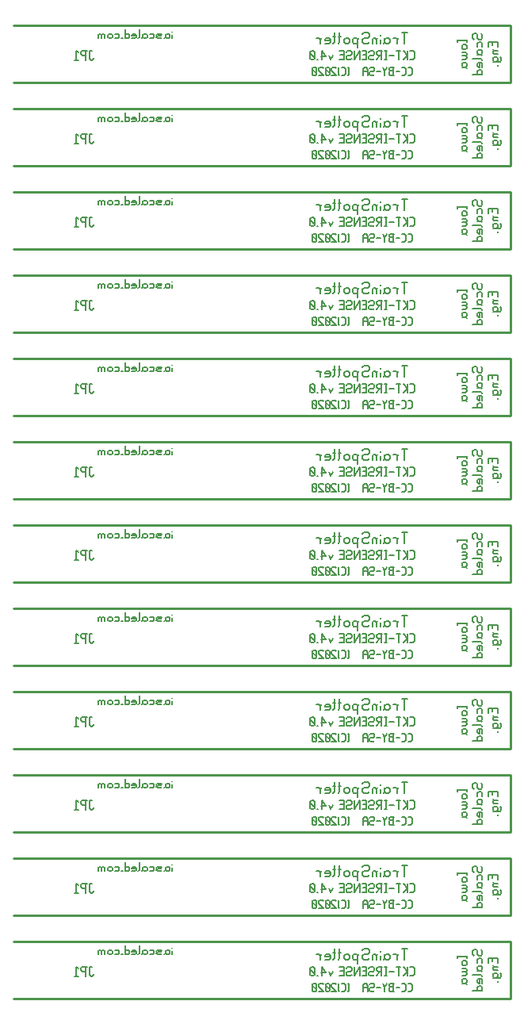
<source format=gbr>
G04 start of page 10 for group -4078 idx -4078 *
G04 Title: (unknown), bottomsilk *
G04 Creator: pcb 20140316 *
G04 CreationDate: Thu 02 Jul 2020 09:16:05 PM GMT UTC *
G04 For: railfan *
G04 Format: Gerber/RS-274X *
G04 PCB-Dimensions (mil): 2500.00 4300.00 *
G04 PCB-Coordinate-Origin: lower left *
%MOIN*%
%FSLAX25Y25*%
%LNBOTTOMSILK*%
%ADD73C,0.0080*%
%ADD72C,0.0100*%
G54D72*X239500Y325500D02*X30500D01*
X239500Y349500D02*Y325500D01*
Y314500D02*Y290500D01*
X30500Y314500D02*X239500D01*
Y419500D02*Y395500D01*
X30500Y384500D02*X239500D01*
Y360500D02*X30500D01*
Y349500D02*X239500D01*
X30500Y419500D02*X239500D01*
Y395500D02*X30500D01*
X239500Y384500D02*Y360500D01*
Y290500D02*X30500D01*
Y279500D02*X239500D01*
Y255500D02*X30500D01*
Y244500D02*X239500D01*
Y220500D02*X30500D01*
X239500Y279500D02*Y255500D01*
Y244500D02*Y220500D01*
X30500Y209500D02*X239500D01*
Y185500D02*X30500D01*
X239500Y174500D02*Y150500D01*
Y209500D02*Y185500D01*
X30500Y174500D02*X239500D01*
Y150500D02*X30500D01*
Y139500D02*X239500D01*
Y115500D02*X30500D01*
Y104500D02*X239500D01*
Y80500D02*X30500D01*
Y69500D02*X239500D01*
Y45500D02*X30500D01*
X239500Y139500D02*Y115500D01*
Y104500D02*Y80500D01*
Y69500D02*Y45500D01*
X30500Y34500D02*X239500D01*
Y10500D02*X30500D01*
X239500Y34500D02*Y10500D01*
G54D73*X231800Y376000D02*Y377500D01*
X234000Y375500D02*Y377500D01*
X230000D02*X234000D01*
X230000Y375500D02*Y377500D01*
X232500Y373800D02*X234000D01*
X232500D02*X232000Y373300D01*
Y372800D02*Y373300D01*
Y372800D02*X232500Y372300D01*
X234000D01*
X232000Y374300D02*X232500Y373800D01*
X232000Y369600D02*X232500Y369100D01*
X232000Y369600D02*Y370600D01*
X232500Y371100D02*X232000Y370600D01*
X232500Y371100D02*X233500D01*
X234000Y370600D01*
Y369600D02*Y370600D01*
Y369600D02*X233500Y369100D01*
X235000Y371100D02*X235500Y370600D01*
Y369600D02*Y370600D01*
Y369600D02*X235000Y369100D01*
X232000D02*X235000D01*
X234000Y367400D02*Y367900D01*
X231800Y341000D02*Y342500D01*
X234000Y340500D02*Y342500D01*
X230000D02*X234000D01*
X230000Y340500D02*Y342500D01*
X232500Y338800D02*X234000D01*
X232500D02*X232000Y338300D01*
Y337800D02*Y338300D01*
Y337800D02*X232500Y337300D01*
X234000D01*
X232000Y339300D02*X232500Y338800D01*
X232000Y334600D02*X232500Y334100D01*
X232000Y334600D02*Y335600D01*
X232500Y336100D02*X232000Y335600D01*
X232500Y336100D02*X233500D01*
X234000Y335600D01*
Y334600D02*Y335600D01*
Y334600D02*X233500Y334100D01*
X235000Y336100D02*X235500Y335600D01*
Y334600D02*Y335600D01*
Y334600D02*X235000Y334100D01*
X232000D02*X235000D01*
X234000Y332400D02*Y332900D01*
X231800Y306000D02*Y307500D01*
X234000Y305500D02*Y307500D01*
X230000D02*X234000D01*
X230000Y305500D02*Y307500D01*
X232500Y303800D02*X234000D01*
X232500D02*X232000Y303300D01*
Y302800D02*Y303300D01*
Y302800D02*X232500Y302300D01*
X234000D01*
X232000Y304300D02*X232500Y303800D01*
X232000Y299600D02*X232500Y299100D01*
X232000Y299600D02*Y300600D01*
X232500Y301100D02*X232000Y300600D01*
X232500Y301100D02*X233500D01*
X234000Y300600D01*
Y299600D02*Y300600D01*
Y299600D02*X233500Y299100D01*
X235000Y301100D02*X235500Y300600D01*
Y299600D02*Y300600D01*
Y299600D02*X235000Y299100D01*
X232000D02*X235000D01*
X234000Y297400D02*Y297900D01*
X231800Y271000D02*Y272500D01*
X234000Y270500D02*Y272500D01*
X230000D02*X234000D01*
X230000Y270500D02*Y272500D01*
X232500Y268800D02*X234000D01*
X232500D02*X232000Y268300D01*
Y267800D02*Y268300D01*
Y267800D02*X232500Y267300D01*
X234000D01*
X232000Y269300D02*X232500Y268800D01*
X232000Y264600D02*X232500Y264100D01*
X232000Y264600D02*Y265600D01*
X232500Y266100D02*X232000Y265600D01*
X232500Y266100D02*X233500D01*
X234000Y265600D01*
Y264600D02*Y265600D01*
Y264600D02*X233500Y264100D01*
X235000Y266100D02*X235500Y265600D01*
Y264600D02*Y265600D01*
Y264600D02*X235000Y264100D01*
X232000D02*X235000D01*
X234000Y262400D02*Y262900D01*
X223500Y379000D02*X224000Y378500D01*
X223500Y379000D02*Y380500D01*
X224000Y381000D02*X223500Y380500D01*
X224000Y381000D02*X225000D01*
X225500Y380500D01*
Y379000D02*Y380500D01*
Y379000D02*X226000Y378500D01*
X227000D01*
X227500Y379000D02*X227000Y378500D01*
X227500Y379000D02*Y380500D01*
X227000Y381000D02*X227500Y380500D01*
X225500Y375300D02*Y376800D01*
X226000Y377300D02*X225500Y376800D01*
X226000Y377300D02*X227000D01*
X227500Y376800D01*
Y375300D02*Y376800D01*
X225500Y372600D02*X226000Y372100D01*
X225500Y372600D02*Y373600D01*
X226000Y374100D02*X225500Y373600D01*
X226000Y374100D02*X227000D01*
X227500Y373600D01*
X225500Y372100D02*X227000D01*
X227500Y371600D01*
Y372600D02*Y373600D01*
Y372600D02*X227000Y372100D01*
X223500Y370400D02*X227000D01*
X227500Y369900D01*
Y366900D02*Y368400D01*
X227000Y368900D02*X227500Y368400D01*
X226000Y368900D02*X227000D01*
X226000D02*X225500Y368400D01*
Y367400D02*Y368400D01*
Y367400D02*X226000Y366900D01*
X226500D02*Y368900D01*
X226000Y366900D02*X226500D01*
X223500Y363700D02*X227500D01*
Y364200D02*X227000Y363700D01*
X227500Y364200D02*Y365200D01*
X227000Y365700D02*X227500Y365200D01*
X226000Y365700D02*X227000D01*
X226000D02*X225500Y365200D01*
Y364200D02*Y365200D01*
Y364200D02*X226000Y363700D01*
X223500Y344000D02*X224000Y343500D01*
X223500Y344000D02*Y345500D01*
X224000Y346000D02*X223500Y345500D01*
X224000Y346000D02*X225000D01*
X225500Y345500D01*
Y344000D02*Y345500D01*
Y344000D02*X226000Y343500D01*
X227000D01*
X227500Y344000D02*X227000Y343500D01*
X227500Y344000D02*Y345500D01*
X227000Y346000D02*X227500Y345500D01*
X225500Y340300D02*Y341800D01*
X226000Y342300D02*X225500Y341800D01*
X226000Y342300D02*X227000D01*
X227500Y341800D01*
Y340300D02*Y341800D01*
X225500Y337600D02*X226000Y337100D01*
X225500Y337600D02*Y338600D01*
X226000Y339100D02*X225500Y338600D01*
X226000Y339100D02*X227000D01*
X227500Y338600D01*
X225500Y337100D02*X227000D01*
X227500Y336600D01*
Y337600D02*Y338600D01*
Y337600D02*X227000Y337100D01*
X223500Y335400D02*X227000D01*
X227500Y334900D01*
Y331900D02*Y333400D01*
X227000Y333900D02*X227500Y333400D01*
X226000Y333900D02*X227000D01*
X226000D02*X225500Y333400D01*
Y332400D02*Y333400D01*
Y332400D02*X226000Y331900D01*
X226500D02*Y333900D01*
X226000Y331900D02*X226500D01*
X223500Y328700D02*X227500D01*
Y329200D02*X227000Y328700D01*
X227500Y329200D02*Y330200D01*
X227000Y330700D02*X227500Y330200D01*
X226000Y330700D02*X227000D01*
X226000D02*X225500Y330200D01*
Y329200D02*Y330200D01*
Y329200D02*X226000Y328700D01*
X217000Y342500D02*Y343500D01*
Y343000D02*X221000D01*
Y342500D02*Y343500D01*
X219500Y341300D02*X220500D01*
X219500D02*X219000Y340800D01*
Y339800D02*Y340800D01*
Y339800D02*X219500Y339300D01*
X220500D01*
X221000Y339800D02*X220500Y339300D01*
X221000Y339800D02*Y340800D01*
X220500Y341300D02*X221000Y340800D01*
X219000Y338100D02*X220500D01*
X221000Y337600D01*
Y337100D02*Y337600D01*
Y337100D02*X220500Y336600D01*
X219000D02*X220500D01*
X221000Y336100D01*
Y335600D02*Y336100D01*
Y335600D02*X220500Y335100D01*
X219000D02*X220500D01*
X219000Y332400D02*X219500Y331900D01*
X219000Y332400D02*Y333400D01*
X219500Y333900D02*X219000Y333400D01*
X219500Y333900D02*X220500D01*
X221000Y333400D01*
X219000Y331900D02*X220500D01*
X221000Y331400D01*
Y332400D02*Y333400D01*
Y332400D02*X220500Y331900D01*
X223500Y309000D02*X224000Y308500D01*
X223500Y309000D02*Y310500D01*
X224000Y311000D02*X223500Y310500D01*
X224000Y311000D02*X225000D01*
X225500Y310500D01*
Y309000D02*Y310500D01*
Y309000D02*X226000Y308500D01*
X227000D01*
X227500Y309000D02*X227000Y308500D01*
X227500Y309000D02*Y310500D01*
X227000Y311000D02*X227500Y310500D01*
X225500Y305300D02*Y306800D01*
X226000Y307300D02*X225500Y306800D01*
X226000Y307300D02*X227000D01*
X227500Y306800D01*
Y305300D02*Y306800D01*
X225500Y302600D02*X226000Y302100D01*
X225500Y302600D02*Y303600D01*
X226000Y304100D02*X225500Y303600D01*
X226000Y304100D02*X227000D01*
X227500Y303600D01*
X225500Y302100D02*X227000D01*
X227500Y301600D01*
Y302600D02*Y303600D01*
Y302600D02*X227000Y302100D01*
X223500Y300400D02*X227000D01*
X227500Y299900D01*
Y296900D02*Y298400D01*
X227000Y298900D02*X227500Y298400D01*
X226000Y298900D02*X227000D01*
X226000D02*X225500Y298400D01*
Y297400D02*Y298400D01*
Y297400D02*X226000Y296900D01*
X226500D02*Y298900D01*
X226000Y296900D02*X226500D01*
X223500Y293700D02*X227500D01*
Y294200D02*X227000Y293700D01*
X227500Y294200D02*Y295200D01*
X227000Y295700D02*X227500Y295200D01*
X226000Y295700D02*X227000D01*
X226000D02*X225500Y295200D01*
Y294200D02*Y295200D01*
Y294200D02*X226000Y293700D01*
X217000Y307500D02*Y308500D01*
Y308000D02*X221000D01*
Y307500D02*Y308500D01*
X219500Y306300D02*X220500D01*
X219500D02*X219000Y305800D01*
Y304800D02*Y305800D01*
Y304800D02*X219500Y304300D01*
X220500D01*
X221000Y304800D02*X220500Y304300D01*
X221000Y304800D02*Y305800D01*
X220500Y306300D02*X221000Y305800D01*
X219000Y303100D02*X220500D01*
X221000Y302600D01*
Y302100D02*Y302600D01*
Y302100D02*X220500Y301600D01*
X219000D02*X220500D01*
X221000Y301100D01*
Y300600D02*Y301100D01*
Y300600D02*X220500Y300100D01*
X219000D02*X220500D01*
X219000Y297400D02*X219500Y296900D01*
X219000Y297400D02*Y298400D01*
X219500Y298900D02*X219000Y298400D01*
X219500Y298900D02*X220500D01*
X221000Y298400D01*
X219000Y296900D02*X220500D01*
X221000Y296400D01*
Y297400D02*Y298400D01*
Y297400D02*X220500Y296900D01*
X223500Y274000D02*X224000Y273500D01*
X223500Y274000D02*Y275500D01*
X224000Y276000D02*X223500Y275500D01*
X224000Y276000D02*X225000D01*
X225500Y275500D01*
Y274000D02*Y275500D01*
Y274000D02*X226000Y273500D01*
X227000D01*
X227500Y274000D02*X227000Y273500D01*
X227500Y274000D02*Y275500D01*
X227000Y276000D02*X227500Y275500D01*
X225500Y270300D02*Y271800D01*
X226000Y272300D02*X225500Y271800D01*
X226000Y272300D02*X227000D01*
X227500Y271800D01*
Y270300D02*Y271800D01*
X225500Y267600D02*X226000Y267100D01*
X225500Y267600D02*Y268600D01*
X226000Y269100D02*X225500Y268600D01*
X226000Y269100D02*X227000D01*
X227500Y268600D01*
X225500Y267100D02*X227000D01*
X227500Y266600D01*
Y267600D02*Y268600D01*
Y267600D02*X227000Y267100D01*
X223500Y265400D02*X227000D01*
X227500Y264900D01*
Y261900D02*Y263400D01*
X227000Y263900D02*X227500Y263400D01*
X226000Y263900D02*X227000D01*
X226000D02*X225500Y263400D01*
Y262400D02*Y263400D01*
Y262400D02*X226000Y261900D01*
X226500D02*Y263900D01*
X226000Y261900D02*X226500D01*
X223500Y258700D02*X227500D01*
Y259200D02*X227000Y258700D01*
X227500Y259200D02*Y260200D01*
X227000Y260700D02*X227500Y260200D01*
X226000Y260700D02*X227000D01*
X226000D02*X225500Y260200D01*
Y259200D02*Y260200D01*
Y259200D02*X226000Y258700D01*
X217000Y272500D02*Y273500D01*
Y273000D02*X221000D01*
Y272500D02*Y273500D01*
X219500Y271300D02*X220500D01*
X219500D02*X219000Y270800D01*
Y269800D02*Y270800D01*
Y269800D02*X219500Y269300D01*
X220500D01*
X221000Y269800D02*X220500Y269300D01*
X221000Y269800D02*Y270800D01*
X220500Y271300D02*X221000Y270800D01*
X219000Y268100D02*X220500D01*
X221000Y267600D01*
Y267100D02*Y267600D01*
Y267100D02*X220500Y266600D01*
X219000D02*X220500D01*
X221000Y266100D01*
Y265600D02*Y266100D01*
Y265600D02*X220500Y265100D01*
X219000D02*X220500D01*
X219000Y262400D02*X219500Y261900D01*
X219000Y262400D02*Y263400D01*
X219500Y263900D02*X219000Y263400D01*
X219500Y263900D02*X220500D01*
X221000Y263400D01*
X219000Y261900D02*X220500D01*
X221000Y261400D01*
Y262400D02*Y263400D01*
Y262400D02*X220500Y261900D01*
X197157Y230000D02*X198327D01*
X198957Y230630D02*X198327Y230000D01*
X198957Y230630D02*Y232970D01*
X198327Y233600D01*
X197157D02*X198327D01*
X196077Y230000D02*Y233600D01*
Y231800D02*X194277Y233600D01*
X196077Y231800D02*X194277Y230000D01*
X191397Y233600D02*X193197D01*
X192297Y230000D02*Y233600D01*
X188517Y231800D02*X190317D01*
X186537Y233600D02*X187437D01*
X186987Y230000D02*Y233600D01*
X186537Y230000D02*X187437D01*
X183657Y233600D02*X185457D01*
X183657D02*X183207Y233150D01*
Y232250D02*Y233150D01*
X183657Y231800D02*X183207Y232250D01*
X183657Y231800D02*X185007D01*
Y230000D02*Y233600D01*
X184287Y231800D02*X183207Y230000D01*
X180327Y233600D02*X179877Y233150D01*
X180327Y233600D02*X181677D01*
X182127Y233150D02*X181677Y233600D01*
X182127Y232250D02*Y233150D01*
Y232250D02*X181677Y231800D01*
X180327D02*X181677D01*
X180327D02*X179877Y231350D01*
Y230450D02*Y231350D01*
X180327Y230000D02*X179877Y230450D01*
X180327Y230000D02*X181677D01*
X182127Y230450D02*X181677Y230000D01*
X177447Y231980D02*X178797D01*
X176997Y230000D02*X178797D01*
Y233600D01*
X176997D02*X178797D01*
X175917Y230000D02*Y233600D01*
X173667Y230000D01*
Y233600D01*
X170787D02*X170337Y233150D01*
X170787Y233600D02*X172137D01*
X172587Y233150D02*X172137Y233600D01*
X172587Y232250D02*Y233150D01*
Y232250D02*X172137Y231800D01*
X170787D02*X172137D01*
X170787D02*X170337Y231350D01*
Y230450D02*Y231350D01*
X170787Y230000D02*X170337Y230450D01*
X170787Y230000D02*X172137D01*
X172587Y230450D02*X172137Y230000D01*
X167907Y231980D02*X169257D01*
X167457Y230000D02*X169257D01*
Y233600D01*
X167457D02*X169257D01*
X164757Y231800D02*X163857Y230000D01*
X162957Y231800D02*X163857Y230000D01*
X161877Y231350D02*X160077Y233600D01*
X159627Y231350D02*X161877D01*
X160077Y230000D02*Y233600D01*
X158097Y230000D02*X158547D01*
X157017Y230450D02*X156567Y230000D01*
X157017Y230450D02*Y233150D01*
X156567Y233600D01*
X155667D02*X156567D01*
X155667D02*X155217Y233150D01*
Y230450D02*Y233150D01*
X155667Y230000D02*X155217Y230450D01*
X155667Y230000D02*X156567D01*
X157017Y230900D02*X155217Y232700D01*
X171500Y223900D02*X171100Y223500D01*
X171500Y226300D02*X171100Y226700D01*
X171500Y223900D02*Y226300D01*
X168540Y223500D02*X169580D01*
X170140Y224060D02*X169580Y223500D01*
X170140Y224060D02*Y226140D01*
X169580Y226700D01*
X168540D02*X169580D01*
X167580D02*X167180Y226300D01*
Y223900D02*Y226300D01*
X167580Y223500D02*X167180Y223900D01*
X166220Y226300D02*X165820Y226700D01*
X164620D02*X165820D01*
X164620D02*X164220Y226300D01*
Y225500D02*Y226300D01*
X166220Y223500D02*X164220Y225500D01*
Y223500D02*X166220D01*
X163260Y223900D02*X162860Y223500D01*
X163260Y223900D02*Y226300D01*
X162860Y226700D01*
X162060D02*X162860D01*
X162060D02*X161660Y226300D01*
Y223900D02*Y226300D01*
X162060Y223500D02*X161660Y223900D01*
X162060Y223500D02*X162860D01*
X163260Y224300D02*X161660Y225900D01*
X160700Y226300D02*X160300Y226700D01*
X159100D02*X160300D01*
X159100D02*X158700Y226300D01*
Y225500D02*Y226300D01*
X160700Y223500D02*X158700Y225500D01*
Y223500D02*X160700D01*
X157740Y223900D02*X157340Y223500D01*
X157740Y223900D02*Y226300D01*
X157340Y226700D01*
X156540D02*X157340D01*
X156540D02*X156140Y226300D01*
Y223900D02*Y226300D01*
X156540Y223500D02*X156140Y223900D01*
X156540Y223500D02*X157340D01*
X157740Y224300D02*X156140Y225900D01*
X196400Y223500D02*X197440D01*
X198000Y224060D02*X197440Y223500D01*
X198000Y224060D02*Y226140D01*
X197440Y226700D01*
X196400D02*X197440D01*
X193840Y223500D02*X194880D01*
X195440Y224060D02*X194880Y223500D01*
X195440Y224060D02*Y226140D01*
X194880Y226700D01*
X193840D02*X194880D01*
X191280Y225100D02*X192880D01*
X188720Y223500D02*X190320D01*
X188720D02*X188320Y223900D01*
Y224860D01*
X188720Y225260D02*X188320Y224860D01*
X188720Y225260D02*X189920D01*
Y223500D02*Y226700D01*
X188720D02*X190320D01*
X188720D02*X188320Y226300D01*
Y225660D02*Y226300D01*
X188720Y225260D02*X188320Y225660D01*
X187360Y226700D02*X186560Y225100D01*
X185760Y226700D01*
X186560Y223500D02*Y225100D01*
X183200D02*X184800D01*
X180640Y226700D02*X180240Y226300D01*
X180640Y226700D02*X181840D01*
X182240Y226300D02*X181840Y226700D01*
X182240Y225500D02*Y226300D01*
Y225500D02*X181840Y225100D01*
X180640D02*X181840D01*
X180640D02*X180240Y224700D01*
Y223900D02*Y224700D01*
X180640Y223500D02*X180240Y223900D01*
X180640Y223500D02*X181840D01*
X182240Y223900D02*X181840Y223500D01*
X179280D02*Y225900D01*
X178720Y226700D01*
X177840D02*X178720D01*
X177840D02*X177280Y225900D01*
Y223500D02*Y225900D01*
Y225100D02*X179280D01*
X193717Y206380D02*X195957D01*
X194837Y201900D02*Y206380D01*
X191813Y201900D02*Y203580D01*
X191253Y204140D01*
X190133D02*X191253D01*
X192373D02*X191813Y203580D01*
X187109Y204140D02*X186549Y203580D01*
X187109Y204140D02*X188229D01*
X188789Y203580D02*X188229Y204140D01*
X188789Y202460D02*Y203580D01*
Y202460D02*X188229Y201900D01*
X186549Y202460D02*Y204140D01*
Y202460D02*X185989Y201900D01*
X187109D02*X188229D01*
X187109D02*X186549Y202460D01*
X184645Y205148D02*Y205260D01*
Y201900D02*Y203580D01*
X182965Y201900D02*Y203580D01*
X182405Y204140D01*
X181845D02*X182405D01*
X181845D02*X181285Y203580D01*
Y201900D02*Y203580D01*
X183525Y204140D02*X182965Y203580D01*
X177701Y206380D02*X177141Y205820D01*
X177701Y206380D02*X179381D01*
X179941Y205820D02*X179381Y206380D01*
X179941Y204700D02*Y205820D01*
Y204700D02*X179381Y204140D01*
X177701D02*X179381D01*
X177701D02*X177141Y203580D01*
Y202460D02*Y203580D01*
X177701Y201900D02*X177141Y202460D01*
X177701Y201900D02*X179381D01*
X179941Y202460D02*X179381Y201900D01*
X175237Y200220D02*Y203580D01*
X175797Y204140D02*X175237Y203580D01*
X174677Y204140D01*
X173557D02*X174677D01*
X173557D02*X172997Y203580D01*
Y202460D02*Y203580D01*
X173557Y201900D02*X172997Y202460D01*
X173557Y201900D02*X174677D01*
X175237Y202460D02*X174677Y201900D01*
X171653Y202460D02*Y203580D01*
X171093Y204140D01*
X169973D02*X171093D01*
X169973D02*X169413Y203580D01*
Y202460D02*Y203580D01*
X169973Y201900D02*X169413Y202460D01*
X169973Y201900D02*X171093D01*
X171653Y202460D02*X171093Y201900D01*
X167509Y202460D02*Y206380D01*
Y202460D02*X166949Y201900D01*
Y204700D02*X168069D01*
X165269Y202460D02*Y206380D01*
Y202460D02*X164709Y201900D01*
Y204700D02*X165829D01*
X161349Y201900D02*X163029D01*
X163589Y202460D02*X163029Y201900D01*
X163589Y202460D02*Y203580D01*
X163029Y204140D01*
X161909D02*X163029D01*
X161909D02*X161349Y203580D01*
Y203020D02*X163589D01*
X161349D02*Y203580D01*
X159445Y201900D02*Y203580D01*
X158885Y204140D01*
X157765D02*X158885D01*
X160005D02*X159445Y203580D01*
X197157Y195000D02*X198327D01*
X198957Y195630D02*X198327Y195000D01*
X198957Y195630D02*Y197970D01*
X198327Y198600D01*
X197157D02*X198327D01*
X196077Y195000D02*Y198600D01*
Y196800D02*X194277Y198600D01*
X196077Y196800D02*X194277Y195000D01*
X191397Y198600D02*X193197D01*
X192297Y195000D02*Y198600D01*
X188517Y196800D02*X190317D01*
X186537Y198600D02*X187437D01*
X186987Y195000D02*Y198600D01*
X186537Y195000D02*X187437D01*
X183657Y198600D02*X185457D01*
X183657D02*X183207Y198150D01*
Y197250D02*Y198150D01*
X183657Y196800D02*X183207Y197250D01*
X183657Y196800D02*X185007D01*
Y195000D02*Y198600D01*
X184287Y196800D02*X183207Y195000D01*
X180327Y198600D02*X179877Y198150D01*
X180327Y198600D02*X181677D01*
X182127Y198150D02*X181677Y198600D01*
X182127Y197250D02*Y198150D01*
Y197250D02*X181677Y196800D01*
X180327D02*X181677D01*
X180327D02*X179877Y196350D01*
Y195450D02*Y196350D01*
X180327Y195000D02*X179877Y195450D01*
X180327Y195000D02*X181677D01*
X182127Y195450D02*X181677Y195000D01*
X177447Y196980D02*X178797D01*
X176997Y195000D02*X178797D01*
Y198600D01*
X176997D02*X178797D01*
X175917Y195000D02*Y198600D01*
X173667Y195000D01*
Y198600D01*
X170787D02*X170337Y198150D01*
X170787Y198600D02*X172137D01*
X172587Y198150D02*X172137Y198600D01*
X172587Y197250D02*Y198150D01*
Y197250D02*X172137Y196800D01*
X170787D02*X172137D01*
X170787D02*X170337Y196350D01*
Y195450D02*Y196350D01*
X170787Y195000D02*X170337Y195450D01*
X170787Y195000D02*X172137D01*
X172587Y195450D02*X172137Y195000D01*
X167907Y196980D02*X169257D01*
X167457Y195000D02*X169257D01*
Y198600D01*
X167457D02*X169257D01*
X164757Y196800D02*X163857Y195000D01*
X162957Y196800D02*X163857Y195000D01*
X161877Y196350D02*X160077Y198600D01*
X159627Y196350D02*X161877D01*
X160077Y195000D02*Y198600D01*
X158097Y195000D02*X158547D01*
X157017Y195450D02*X156567Y195000D01*
X157017Y195450D02*Y198150D01*
X156567Y198600D01*
X155667D02*X156567D01*
X155667D02*X155217Y198150D01*
Y195450D02*Y198150D01*
X155667Y195000D02*X155217Y195450D01*
X155667Y195000D02*X156567D01*
X157017Y195900D02*X155217Y197700D01*
X171500Y188900D02*X171100Y188500D01*
X171500Y191300D02*X171100Y191700D01*
X171500Y188900D02*Y191300D01*
X168540Y188500D02*X169580D01*
X170140Y189060D02*X169580Y188500D01*
X170140Y189060D02*Y191140D01*
X169580Y191700D01*
X168540D02*X169580D01*
X167580D02*X167180Y191300D01*
Y188900D02*Y191300D01*
X167580Y188500D02*X167180Y188900D01*
X166220Y191300D02*X165820Y191700D01*
X164620D02*X165820D01*
X164620D02*X164220Y191300D01*
Y190500D02*Y191300D01*
X166220Y188500D02*X164220Y190500D01*
Y188500D02*X166220D01*
X163260Y188900D02*X162860Y188500D01*
X163260Y188900D02*Y191300D01*
X162860Y191700D01*
X162060D02*X162860D01*
X162060D02*X161660Y191300D01*
Y188900D02*Y191300D01*
X162060Y188500D02*X161660Y188900D01*
X162060Y188500D02*X162860D01*
X163260Y189300D02*X161660Y190900D01*
X160700Y191300D02*X160300Y191700D01*
X159100D02*X160300D01*
X159100D02*X158700Y191300D01*
Y190500D02*Y191300D01*
X160700Y188500D02*X158700Y190500D01*
Y188500D02*X160700D01*
X157740Y188900D02*X157340Y188500D01*
X157740Y188900D02*Y191300D01*
X157340Y191700D01*
X156540D02*X157340D01*
X156540D02*X156140Y191300D01*
Y188900D02*Y191300D01*
X156540Y188500D02*X156140Y188900D01*
X156540Y188500D02*X157340D01*
X157740Y189300D02*X156140Y190900D01*
X196400Y188500D02*X197440D01*
X198000Y189060D02*X197440Y188500D01*
X198000Y189060D02*Y191140D01*
X197440Y191700D01*
X196400D02*X197440D01*
X193840Y188500D02*X194880D01*
X195440Y189060D02*X194880Y188500D01*
X195440Y189060D02*Y191140D01*
X194880Y191700D01*
X193840D02*X194880D01*
X191280Y190100D02*X192880D01*
X188720Y188500D02*X190320D01*
X188720D02*X188320Y188900D01*
Y189860D01*
X188720Y190260D02*X188320Y189860D01*
X188720Y190260D02*X189920D01*
Y188500D02*Y191700D01*
X188720D02*X190320D01*
X188720D02*X188320Y191300D01*
Y190660D02*Y191300D01*
X188720Y190260D02*X188320Y190660D01*
X187360Y191700D02*X186560Y190100D01*
X185760Y191700D01*
X186560Y188500D02*Y190100D01*
X183200D02*X184800D01*
X180640Y191700D02*X180240Y191300D01*
X180640Y191700D02*X181840D01*
X182240Y191300D02*X181840Y191700D01*
X182240Y190500D02*Y191300D01*
Y190500D02*X181840Y190100D01*
X180640D02*X181840D01*
X180640D02*X180240Y189700D01*
Y188900D02*Y189700D01*
X180640Y188500D02*X180240Y188900D01*
X180640Y188500D02*X181840D01*
X182240Y188900D02*X181840Y188500D01*
X179280D02*Y190900D01*
X178720Y191700D01*
X177840D02*X178720D01*
X177840D02*X177280Y190900D01*
Y188500D02*Y190900D01*
Y190100D02*X179280D01*
X193717Y171380D02*X195957D01*
X194837Y166900D02*Y171380D01*
X191813Y166900D02*Y168580D01*
X191253Y169140D01*
X190133D02*X191253D01*
X192373D02*X191813Y168580D01*
X187109Y169140D02*X186549Y168580D01*
X187109Y169140D02*X188229D01*
X188789Y168580D02*X188229Y169140D01*
X188789Y167460D02*Y168580D01*
Y167460D02*X188229Y166900D01*
X186549Y167460D02*Y169140D01*
Y167460D02*X185989Y166900D01*
X187109D02*X188229D01*
X187109D02*X186549Y167460D01*
X184645Y170148D02*Y170260D01*
Y166900D02*Y168580D01*
X182965Y166900D02*Y168580D01*
X182405Y169140D01*
X181845D02*X182405D01*
X181845D02*X181285Y168580D01*
Y166900D02*Y168580D01*
X183525Y169140D02*X182965Y168580D01*
X177701Y171380D02*X177141Y170820D01*
X177701Y171380D02*X179381D01*
X179941Y170820D02*X179381Y171380D01*
X179941Y169700D02*Y170820D01*
Y169700D02*X179381Y169140D01*
X177701D02*X179381D01*
X177701D02*X177141Y168580D01*
Y167460D02*Y168580D01*
X177701Y166900D02*X177141Y167460D01*
X177701Y166900D02*X179381D01*
X179941Y167460D02*X179381Y166900D01*
X175237Y165220D02*Y168580D01*
X175797Y169140D02*X175237Y168580D01*
X174677Y169140D01*
X173557D02*X174677D01*
X173557D02*X172997Y168580D01*
Y167460D02*Y168580D01*
X173557Y166900D02*X172997Y167460D01*
X173557Y166900D02*X174677D01*
X175237Y167460D02*X174677Y166900D01*
X171653Y167460D02*Y168580D01*
X171093Y169140D01*
X169973D02*X171093D01*
X169973D02*X169413Y168580D01*
Y167460D02*Y168580D01*
X169973Y166900D02*X169413Y167460D01*
X169973Y166900D02*X171093D01*
X171653Y167460D02*X171093Y166900D01*
X167509Y167460D02*Y171380D01*
Y167460D02*X166949Y166900D01*
Y169700D02*X168069D01*
X165269Y167460D02*Y171380D01*
Y167460D02*X164709Y166900D01*
Y169700D02*X165829D01*
X161349Y166900D02*X163029D01*
X163589Y167460D02*X163029Y166900D01*
X163589Y167460D02*Y168580D01*
X163029Y169140D01*
X161909D02*X163029D01*
X161909D02*X161349Y168580D01*
Y168020D02*X163589D01*
X161349D02*Y168580D01*
X159445Y166900D02*Y168580D01*
X158885Y169140D01*
X157765D02*X158885D01*
X160005D02*X159445Y168580D01*
X197157Y160000D02*X198327D01*
X198957Y160630D02*X198327Y160000D01*
X198957Y160630D02*Y162970D01*
X198327Y163600D01*
X197157D02*X198327D01*
X196077Y160000D02*Y163600D01*
Y161800D02*X194277Y163600D01*
X196077Y161800D02*X194277Y160000D01*
X191397Y163600D02*X193197D01*
X192297Y160000D02*Y163600D01*
X188517Y161800D02*X190317D01*
X186537Y163600D02*X187437D01*
X186987Y160000D02*Y163600D01*
X186537Y160000D02*X187437D01*
X183657Y163600D02*X185457D01*
X183657D02*X183207Y163150D01*
Y162250D02*Y163150D01*
X183657Y161800D02*X183207Y162250D01*
X183657Y161800D02*X185007D01*
Y160000D02*Y163600D01*
X184287Y161800D02*X183207Y160000D01*
X180327Y163600D02*X179877Y163150D01*
X180327Y163600D02*X181677D01*
X182127Y163150D02*X181677Y163600D01*
X182127Y162250D02*Y163150D01*
Y162250D02*X181677Y161800D01*
X180327D02*X181677D01*
X180327D02*X179877Y161350D01*
Y160450D02*Y161350D01*
X180327Y160000D02*X179877Y160450D01*
X180327Y160000D02*X181677D01*
X182127Y160450D02*X181677Y160000D01*
X177447Y161980D02*X178797D01*
X176997Y160000D02*X178797D01*
Y163600D01*
X176997D02*X178797D01*
X175917Y160000D02*Y163600D01*
X173667Y160000D01*
Y163600D01*
X170787D02*X170337Y163150D01*
X170787Y163600D02*X172137D01*
X172587Y163150D02*X172137Y163600D01*
X172587Y162250D02*Y163150D01*
Y162250D02*X172137Y161800D01*
X170787D02*X172137D01*
X170787D02*X170337Y161350D01*
Y160450D02*Y161350D01*
X170787Y160000D02*X170337Y160450D01*
X170787Y160000D02*X172137D01*
X172587Y160450D02*X172137Y160000D01*
X167907Y161980D02*X169257D01*
X167457Y160000D02*X169257D01*
Y163600D01*
X167457D02*X169257D01*
X164757Y161800D02*X163857Y160000D01*
X162957Y161800D02*X163857Y160000D01*
X161877Y161350D02*X160077Y163600D01*
X159627Y161350D02*X161877D01*
X160077Y160000D02*Y163600D01*
X158097Y160000D02*X158547D01*
X157017Y160450D02*X156567Y160000D01*
X157017Y160450D02*Y163150D01*
X156567Y163600D01*
X155667D02*X156567D01*
X155667D02*X155217Y163150D01*
Y160450D02*Y163150D01*
X155667Y160000D02*X155217Y160450D01*
X155667Y160000D02*X156567D01*
X157017Y160900D02*X155217Y162700D01*
X171500Y153900D02*X171100Y153500D01*
X171500Y156300D02*X171100Y156700D01*
X171500Y153900D02*Y156300D01*
X168540Y153500D02*X169580D01*
X170140Y154060D02*X169580Y153500D01*
X170140Y154060D02*Y156140D01*
X169580Y156700D01*
X168540D02*X169580D01*
X167580D02*X167180Y156300D01*
Y153900D02*Y156300D01*
X167580Y153500D02*X167180Y153900D01*
X166220Y156300D02*X165820Y156700D01*
X164620D02*X165820D01*
X164620D02*X164220Y156300D01*
Y155500D02*Y156300D01*
X166220Y153500D02*X164220Y155500D01*
Y153500D02*X166220D01*
X163260Y153900D02*X162860Y153500D01*
X163260Y153900D02*Y156300D01*
X162860Y156700D01*
X162060D02*X162860D01*
X162060D02*X161660Y156300D01*
Y153900D02*Y156300D01*
X162060Y153500D02*X161660Y153900D01*
X162060Y153500D02*X162860D01*
X163260Y154300D02*X161660Y155900D01*
X160700Y156300D02*X160300Y156700D01*
X159100D02*X160300D01*
X159100D02*X158700Y156300D01*
Y155500D02*Y156300D01*
X160700Y153500D02*X158700Y155500D01*
Y153500D02*X160700D01*
X157740Y153900D02*X157340Y153500D01*
X157740Y153900D02*Y156300D01*
X157340Y156700D01*
X156540D02*X157340D01*
X156540D02*X156140Y156300D01*
Y153900D02*Y156300D01*
X156540Y153500D02*X156140Y153900D01*
X156540Y153500D02*X157340D01*
X157740Y154300D02*X156140Y155900D01*
X196400Y153500D02*X197440D01*
X198000Y154060D02*X197440Y153500D01*
X198000Y154060D02*Y156140D01*
X197440Y156700D01*
X196400D02*X197440D01*
X193840Y153500D02*X194880D01*
X195440Y154060D02*X194880Y153500D01*
X195440Y154060D02*Y156140D01*
X194880Y156700D01*
X193840D02*X194880D01*
X191280Y155100D02*X192880D01*
X188720Y153500D02*X190320D01*
X188720D02*X188320Y153900D01*
Y154860D01*
X188720Y155260D02*X188320Y154860D01*
X188720Y155260D02*X189920D01*
Y153500D02*Y156700D01*
X188720D02*X190320D01*
X188720D02*X188320Y156300D01*
Y155660D02*Y156300D01*
X188720Y155260D02*X188320Y155660D01*
X187360Y156700D02*X186560Y155100D01*
X185760Y156700D01*
X186560Y153500D02*Y155100D01*
X183200D02*X184800D01*
X180640Y156700D02*X180240Y156300D01*
X180640Y156700D02*X181840D01*
X182240Y156300D02*X181840Y156700D01*
X182240Y155500D02*Y156300D01*
Y155500D02*X181840Y155100D01*
X180640D02*X181840D01*
X180640D02*X180240Y154700D01*
Y153900D02*Y154700D01*
X180640Y153500D02*X180240Y153900D01*
X180640Y153500D02*X181840D01*
X182240Y153900D02*X181840Y153500D01*
X179280D02*Y155900D01*
X178720Y156700D01*
X177840D02*X178720D01*
X177840D02*X177280Y155900D01*
Y153500D02*Y155900D01*
Y155100D02*X179280D01*
X193717Y136380D02*X195957D01*
X194837Y131900D02*Y136380D01*
X191813Y131900D02*Y133580D01*
X191253Y134140D01*
X190133D02*X191253D01*
X192373D02*X191813Y133580D01*
X187109Y134140D02*X186549Y133580D01*
X187109Y134140D02*X188229D01*
X188789Y133580D02*X188229Y134140D01*
X188789Y132460D02*Y133580D01*
Y132460D02*X188229Y131900D01*
X186549Y132460D02*Y134140D01*
Y132460D02*X185989Y131900D01*
X187109D02*X188229D01*
X187109D02*X186549Y132460D01*
X184645Y135148D02*Y135260D01*
Y131900D02*Y133580D01*
X182965Y131900D02*Y133580D01*
X182405Y134140D01*
X181845D02*X182405D01*
X181845D02*X181285Y133580D01*
Y131900D02*Y133580D01*
X183525Y134140D02*X182965Y133580D01*
X177701Y136380D02*X177141Y135820D01*
X177701Y136380D02*X179381D01*
X179941Y135820D02*X179381Y136380D01*
X179941Y134700D02*Y135820D01*
Y134700D02*X179381Y134140D01*
X177701D02*X179381D01*
X177701D02*X177141Y133580D01*
Y132460D02*Y133580D01*
X177701Y131900D02*X177141Y132460D01*
X177701Y131900D02*X179381D01*
X179941Y132460D02*X179381Y131900D01*
X175237Y130220D02*Y133580D01*
X175797Y134140D02*X175237Y133580D01*
X174677Y134140D01*
X173557D02*X174677D01*
X173557D02*X172997Y133580D01*
Y132460D02*Y133580D01*
X173557Y131900D02*X172997Y132460D01*
X173557Y131900D02*X174677D01*
X175237Y132460D02*X174677Y131900D01*
X171653Y132460D02*Y133580D01*
X171093Y134140D01*
X169973D02*X171093D01*
X169973D02*X169413Y133580D01*
Y132460D02*Y133580D01*
X169973Y131900D02*X169413Y132460D01*
X169973Y131900D02*X171093D01*
X171653Y132460D02*X171093Y131900D01*
X167509Y132460D02*Y136380D01*
Y132460D02*X166949Y131900D01*
Y134700D02*X168069D01*
X165269Y132460D02*Y136380D01*
Y132460D02*X164709Y131900D01*
Y134700D02*X165829D01*
X161349Y131900D02*X163029D01*
X163589Y132460D02*X163029Y131900D01*
X163589Y132460D02*Y133580D01*
X163029Y134140D01*
X161909D02*X163029D01*
X161909D02*X161349Y133580D01*
Y133020D02*X163589D01*
X161349D02*Y133580D01*
X159445Y131900D02*Y133580D01*
X158885Y134140D01*
X157765D02*X158885D01*
X160005D02*X159445Y133580D01*
X197157Y125000D02*X198327D01*
X198957Y125630D02*X198327Y125000D01*
X198957Y125630D02*Y127970D01*
X198327Y128600D01*
X197157D02*X198327D01*
X196077Y125000D02*Y128600D01*
Y126800D02*X194277Y128600D01*
X196077Y126800D02*X194277Y125000D01*
X191397Y128600D02*X193197D01*
X192297Y125000D02*Y128600D01*
X188517Y126800D02*X190317D01*
X186537Y128600D02*X187437D01*
X186987Y125000D02*Y128600D01*
X186537Y125000D02*X187437D01*
X183657Y128600D02*X185457D01*
X183657D02*X183207Y128150D01*
Y127250D02*Y128150D01*
X183657Y126800D02*X183207Y127250D01*
X183657Y126800D02*X185007D01*
Y125000D02*Y128600D01*
X184287Y126800D02*X183207Y125000D01*
X180327Y128600D02*X179877Y128150D01*
X180327Y128600D02*X181677D01*
X182127Y128150D02*X181677Y128600D01*
X182127Y127250D02*Y128150D01*
Y127250D02*X181677Y126800D01*
X180327D02*X181677D01*
X180327D02*X179877Y126350D01*
Y125450D02*Y126350D01*
X180327Y125000D02*X179877Y125450D01*
X180327Y125000D02*X181677D01*
X182127Y125450D02*X181677Y125000D01*
X177447Y126980D02*X178797D01*
X176997Y125000D02*X178797D01*
Y128600D01*
X176997D02*X178797D01*
X175917Y125000D02*Y128600D01*
X173667Y125000D01*
Y128600D01*
X170787D02*X170337Y128150D01*
X170787Y128600D02*X172137D01*
X172587Y128150D02*X172137Y128600D01*
X172587Y127250D02*Y128150D01*
Y127250D02*X172137Y126800D01*
X170787D02*X172137D01*
X170787D02*X170337Y126350D01*
Y125450D02*Y126350D01*
X170787Y125000D02*X170337Y125450D01*
X170787Y125000D02*X172137D01*
X172587Y125450D02*X172137Y125000D01*
X167907Y126980D02*X169257D01*
X167457Y125000D02*X169257D01*
Y128600D01*
X167457D02*X169257D01*
X164757Y126800D02*X163857Y125000D01*
X162957Y126800D02*X163857Y125000D01*
X161877Y126350D02*X160077Y128600D01*
X159627Y126350D02*X161877D01*
X160077Y125000D02*Y128600D01*
X158097Y125000D02*X158547D01*
X157017Y125450D02*X156567Y125000D01*
X157017Y125450D02*Y128150D01*
X156567Y128600D01*
X155667D02*X156567D01*
X155667D02*X155217Y128150D01*
Y125450D02*Y128150D01*
X155667Y125000D02*X155217Y125450D01*
X155667Y125000D02*X156567D01*
X157017Y125900D02*X155217Y127700D01*
X171500Y118900D02*X171100Y118500D01*
X171500Y121300D02*X171100Y121700D01*
X171500Y118900D02*Y121300D01*
X168540Y118500D02*X169580D01*
X170140Y119060D02*X169580Y118500D01*
X170140Y119060D02*Y121140D01*
X169580Y121700D01*
X168540D02*X169580D01*
X167580D02*X167180Y121300D01*
Y118900D02*Y121300D01*
X167580Y118500D02*X167180Y118900D01*
X166220Y121300D02*X165820Y121700D01*
X164620D02*X165820D01*
X164620D02*X164220Y121300D01*
Y120500D02*Y121300D01*
X166220Y118500D02*X164220Y120500D01*
Y118500D02*X166220D01*
X163260Y118900D02*X162860Y118500D01*
X163260Y118900D02*Y121300D01*
X162860Y121700D01*
X162060D02*X162860D01*
X162060D02*X161660Y121300D01*
Y118900D02*Y121300D01*
X162060Y118500D02*X161660Y118900D01*
X162060Y118500D02*X162860D01*
X163260Y119300D02*X161660Y120900D01*
X160700Y121300D02*X160300Y121700D01*
X159100D02*X160300D01*
X159100D02*X158700Y121300D01*
Y120500D02*Y121300D01*
X160700Y118500D02*X158700Y120500D01*
Y118500D02*X160700D01*
X157740Y118900D02*X157340Y118500D01*
X157740Y118900D02*Y121300D01*
X157340Y121700D01*
X156540D02*X157340D01*
X156540D02*X156140Y121300D01*
Y118900D02*Y121300D01*
X156540Y118500D02*X156140Y118900D01*
X156540Y118500D02*X157340D01*
X157740Y119300D02*X156140Y120900D01*
X196400Y118500D02*X197440D01*
X198000Y119060D02*X197440Y118500D01*
X198000Y119060D02*Y121140D01*
X197440Y121700D01*
X196400D02*X197440D01*
X193840Y118500D02*X194880D01*
X195440Y119060D02*X194880Y118500D01*
X195440Y119060D02*Y121140D01*
X194880Y121700D01*
X193840D02*X194880D01*
X191280Y120100D02*X192880D01*
X188720Y118500D02*X190320D01*
X188720D02*X188320Y118900D01*
Y119860D01*
X188720Y120260D02*X188320Y119860D01*
X188720Y120260D02*X189920D01*
Y118500D02*Y121700D01*
X188720D02*X190320D01*
X188720D02*X188320Y121300D01*
Y120660D02*Y121300D01*
X188720Y120260D02*X188320Y120660D01*
X187360Y121700D02*X186560Y120100D01*
X185760Y121700D01*
X186560Y118500D02*Y120100D01*
X183200D02*X184800D01*
X180640Y121700D02*X180240Y121300D01*
X180640Y121700D02*X181840D01*
X182240Y121300D02*X181840Y121700D01*
X182240Y120500D02*Y121300D01*
Y120500D02*X181840Y120100D01*
X180640D02*X181840D01*
X180640D02*X180240Y119700D01*
Y118900D02*Y119700D01*
X180640Y118500D02*X180240Y118900D01*
X180640Y118500D02*X181840D01*
X182240Y118900D02*X181840Y118500D01*
X179280D02*Y120900D01*
X178720Y121700D01*
X177840D02*X178720D01*
X177840D02*X177280Y120900D01*
Y118500D02*Y120900D01*
Y120100D02*X179280D01*
X193717Y101380D02*X195957D01*
X194837Y96900D02*Y101380D01*
X191813Y96900D02*Y98580D01*
X191253Y99140D01*
X190133D02*X191253D01*
X192373D02*X191813Y98580D01*
X187109Y99140D02*X186549Y98580D01*
X187109Y99140D02*X188229D01*
X188789Y98580D02*X188229Y99140D01*
X188789Y97460D02*Y98580D01*
Y97460D02*X188229Y96900D01*
X186549Y97460D02*Y99140D01*
Y97460D02*X185989Y96900D01*
X187109D02*X188229D01*
X187109D02*X186549Y97460D01*
X184645Y100148D02*Y100260D01*
Y96900D02*Y98580D01*
X182965Y96900D02*Y98580D01*
X182405Y99140D01*
X181845D02*X182405D01*
X181845D02*X181285Y98580D01*
Y96900D02*Y98580D01*
X183525Y99140D02*X182965Y98580D01*
X177701Y101380D02*X177141Y100820D01*
X177701Y101380D02*X179381D01*
X179941Y100820D02*X179381Y101380D01*
X179941Y99700D02*Y100820D01*
Y99700D02*X179381Y99140D01*
X177701D02*X179381D01*
X177701D02*X177141Y98580D01*
Y97460D02*Y98580D01*
X177701Y96900D02*X177141Y97460D01*
X177701Y96900D02*X179381D01*
X179941Y97460D02*X179381Y96900D01*
X175237Y95220D02*Y98580D01*
X175797Y99140D02*X175237Y98580D01*
X174677Y99140D01*
X173557D02*X174677D01*
X173557D02*X172997Y98580D01*
Y97460D02*Y98580D01*
X173557Y96900D02*X172997Y97460D01*
X173557Y96900D02*X174677D01*
X175237Y97460D02*X174677Y96900D01*
X171653Y97460D02*Y98580D01*
X171093Y99140D01*
X169973D02*X171093D01*
X169973D02*X169413Y98580D01*
Y97460D02*Y98580D01*
X169973Y96900D02*X169413Y97460D01*
X169973Y96900D02*X171093D01*
X171653Y97460D02*X171093Y96900D01*
X167509Y97460D02*Y101380D01*
Y97460D02*X166949Y96900D01*
Y99700D02*X168069D01*
X165269Y97460D02*Y101380D01*
Y97460D02*X164709Y96900D01*
Y99700D02*X165829D01*
X161349Y96900D02*X163029D01*
X163589Y97460D02*X163029Y96900D01*
X163589Y97460D02*Y98580D01*
X163029Y99140D01*
X161909D02*X163029D01*
X161909D02*X161349Y98580D01*
Y98020D02*X163589D01*
X161349D02*Y98580D01*
X159445Y96900D02*Y98580D01*
X158885Y99140D01*
X157765D02*X158885D01*
X160005D02*X159445Y98580D01*
X197157Y90000D02*X198327D01*
X198957Y90630D02*X198327Y90000D01*
X198957Y90630D02*Y92970D01*
X198327Y93600D01*
X197157D02*X198327D01*
X196077Y90000D02*Y93600D01*
Y91800D02*X194277Y93600D01*
X196077Y91800D02*X194277Y90000D01*
X191397Y93600D02*X193197D01*
X192297Y90000D02*Y93600D01*
X188517Y91800D02*X190317D01*
X186537Y93600D02*X187437D01*
X186987Y90000D02*Y93600D01*
X186537Y90000D02*X187437D01*
X183657Y93600D02*X185457D01*
X183657D02*X183207Y93150D01*
Y92250D02*Y93150D01*
X183657Y91800D02*X183207Y92250D01*
X183657Y91800D02*X185007D01*
Y90000D02*Y93600D01*
X184287Y91800D02*X183207Y90000D01*
X180327Y93600D02*X179877Y93150D01*
X180327Y93600D02*X181677D01*
X182127Y93150D02*X181677Y93600D01*
X182127Y92250D02*Y93150D01*
Y92250D02*X181677Y91800D01*
X180327D02*X181677D01*
X180327D02*X179877Y91350D01*
Y90450D02*Y91350D01*
X180327Y90000D02*X179877Y90450D01*
X180327Y90000D02*X181677D01*
X182127Y90450D02*X181677Y90000D01*
X177447Y91980D02*X178797D01*
X176997Y90000D02*X178797D01*
Y93600D01*
X176997D02*X178797D01*
X175917Y90000D02*Y93600D01*
X173667Y90000D01*
Y93600D01*
X170787D02*X170337Y93150D01*
X170787Y93600D02*X172137D01*
X172587Y93150D02*X172137Y93600D01*
X172587Y92250D02*Y93150D01*
Y92250D02*X172137Y91800D01*
X170787D02*X172137D01*
X170787D02*X170337Y91350D01*
Y90450D02*Y91350D01*
X170787Y90000D02*X170337Y90450D01*
X170787Y90000D02*X172137D01*
X172587Y90450D02*X172137Y90000D01*
X167907Y91980D02*X169257D01*
X167457Y90000D02*X169257D01*
Y93600D01*
X167457D02*X169257D01*
X164757Y91800D02*X163857Y90000D01*
X162957Y91800D02*X163857Y90000D01*
X161877Y91350D02*X160077Y93600D01*
X159627Y91350D02*X161877D01*
X160077Y90000D02*Y93600D01*
X158097Y90000D02*X158547D01*
X157017Y90450D02*X156567Y90000D01*
X157017Y90450D02*Y93150D01*
X156567Y93600D01*
X155667D02*X156567D01*
X155667D02*X155217Y93150D01*
Y90450D02*Y93150D01*
X155667Y90000D02*X155217Y90450D01*
X155667Y90000D02*X156567D01*
X157017Y90900D02*X155217Y92700D01*
X171500Y83900D02*X171100Y83500D01*
X171500Y86300D02*X171100Y86700D01*
X171500Y83900D02*Y86300D01*
X168540Y83500D02*X169580D01*
X170140Y84060D02*X169580Y83500D01*
X170140Y84060D02*Y86140D01*
X169580Y86700D01*
X168540D02*X169580D01*
X167580D02*X167180Y86300D01*
Y83900D02*Y86300D01*
X167580Y83500D02*X167180Y83900D01*
X166220Y86300D02*X165820Y86700D01*
X164620D02*X165820D01*
X164620D02*X164220Y86300D01*
Y85500D02*Y86300D01*
X166220Y83500D02*X164220Y85500D01*
Y83500D02*X166220D01*
X163260Y83900D02*X162860Y83500D01*
X163260Y83900D02*Y86300D01*
X162860Y86700D01*
X162060D02*X162860D01*
X162060D02*X161660Y86300D01*
Y83900D02*Y86300D01*
X162060Y83500D02*X161660Y83900D01*
X162060Y83500D02*X162860D01*
X163260Y84300D02*X161660Y85900D01*
X160700Y86300D02*X160300Y86700D01*
X159100D02*X160300D01*
X159100D02*X158700Y86300D01*
Y85500D02*Y86300D01*
X160700Y83500D02*X158700Y85500D01*
Y83500D02*X160700D01*
X157740Y83900D02*X157340Y83500D01*
X157740Y83900D02*Y86300D01*
X157340Y86700D01*
X156540D02*X157340D01*
X156540D02*X156140Y86300D01*
Y83900D02*Y86300D01*
X156540Y83500D02*X156140Y83900D01*
X156540Y83500D02*X157340D01*
X157740Y84300D02*X156140Y85900D01*
X196400Y83500D02*X197440D01*
X198000Y84060D02*X197440Y83500D01*
X198000Y84060D02*Y86140D01*
X197440Y86700D01*
X196400D02*X197440D01*
X193840Y83500D02*X194880D01*
X195440Y84060D02*X194880Y83500D01*
X195440Y84060D02*Y86140D01*
X194880Y86700D01*
X193840D02*X194880D01*
X191280Y85100D02*X192880D01*
X188720Y83500D02*X190320D01*
X188720D02*X188320Y83900D01*
Y84860D01*
X188720Y85260D02*X188320Y84860D01*
X188720Y85260D02*X189920D01*
Y83500D02*Y86700D01*
X188720D02*X190320D01*
X188720D02*X188320Y86300D01*
Y85660D02*Y86300D01*
X188720Y85260D02*X188320Y85660D01*
X187360Y86700D02*X186560Y85100D01*
X185760Y86700D01*
X186560Y83500D02*Y85100D01*
X183200D02*X184800D01*
X180640Y86700D02*X180240Y86300D01*
X180640Y86700D02*X181840D01*
X182240Y86300D02*X181840Y86700D01*
X182240Y85500D02*Y86300D01*
Y85500D02*X181840Y85100D01*
X180640D02*X181840D01*
X180640D02*X180240Y84700D01*
Y83900D02*Y84700D01*
X180640Y83500D02*X180240Y83900D01*
X180640Y83500D02*X181840D01*
X182240Y83900D02*X181840Y83500D01*
X179280D02*Y85900D01*
X178720Y86700D01*
X177840D02*X178720D01*
X177840D02*X177280Y85900D01*
Y83500D02*Y85900D01*
Y85100D02*X179280D01*
X193717Y66380D02*X195957D01*
X194837Y61900D02*Y66380D01*
X191813Y61900D02*Y63580D01*
X191253Y64140D01*
X190133D02*X191253D01*
X192373D02*X191813Y63580D01*
X187109Y64140D02*X186549Y63580D01*
X187109Y64140D02*X188229D01*
X188789Y63580D02*X188229Y64140D01*
X188789Y62460D02*Y63580D01*
Y62460D02*X188229Y61900D01*
X186549Y62460D02*Y64140D01*
Y62460D02*X185989Y61900D01*
X187109D02*X188229D01*
X187109D02*X186549Y62460D01*
X184645Y65148D02*Y65260D01*
Y61900D02*Y63580D01*
X182965Y61900D02*Y63580D01*
X182405Y64140D01*
X181845D02*X182405D01*
X181845D02*X181285Y63580D01*
Y61900D02*Y63580D01*
X183525Y64140D02*X182965Y63580D01*
X177701Y66380D02*X177141Y65820D01*
X177701Y66380D02*X179381D01*
X179941Y65820D02*X179381Y66380D01*
X179941Y64700D02*Y65820D01*
Y64700D02*X179381Y64140D01*
X177701D02*X179381D01*
X177701D02*X177141Y63580D01*
Y62460D02*Y63580D01*
X177701Y61900D02*X177141Y62460D01*
X177701Y61900D02*X179381D01*
X179941Y62460D02*X179381Y61900D01*
X175237Y60220D02*Y63580D01*
X175797Y64140D02*X175237Y63580D01*
X174677Y64140D01*
X173557D02*X174677D01*
X173557D02*X172997Y63580D01*
Y62460D02*Y63580D01*
X173557Y61900D02*X172997Y62460D01*
X173557Y61900D02*X174677D01*
X175237Y62460D02*X174677Y61900D01*
X171653Y62460D02*Y63580D01*
X171093Y64140D01*
X169973D02*X171093D01*
X169973D02*X169413Y63580D01*
Y62460D02*Y63580D01*
X169973Y61900D02*X169413Y62460D01*
X169973Y61900D02*X171093D01*
X171653Y62460D02*X171093Y61900D01*
X167509Y62460D02*Y66380D01*
Y62460D02*X166949Y61900D01*
Y64700D02*X168069D01*
X165269Y62460D02*Y66380D01*
Y62460D02*X164709Y61900D01*
Y64700D02*X165829D01*
X161349Y61900D02*X163029D01*
X163589Y62460D02*X163029Y61900D01*
X163589Y62460D02*Y63580D01*
X163029Y64140D01*
X161909D02*X163029D01*
X161909D02*X161349Y63580D01*
Y63020D02*X163589D01*
X161349D02*Y63580D01*
X159445Y61900D02*Y63580D01*
X158885Y64140D01*
X157765D02*X158885D01*
X160005D02*X159445Y63580D01*
X197157Y55000D02*X198327D01*
X198957Y55630D02*X198327Y55000D01*
X198957Y55630D02*Y57970D01*
X198327Y58600D01*
X197157D02*X198327D01*
X196077Y55000D02*Y58600D01*
Y56800D02*X194277Y58600D01*
X196077Y56800D02*X194277Y55000D01*
X191397Y58600D02*X193197D01*
X192297Y55000D02*Y58600D01*
X188517Y56800D02*X190317D01*
X186537Y58600D02*X187437D01*
X186987Y55000D02*Y58600D01*
X186537Y55000D02*X187437D01*
X183657Y58600D02*X185457D01*
X183657D02*X183207Y58150D01*
Y57250D02*Y58150D01*
X183657Y56800D02*X183207Y57250D01*
X183657Y56800D02*X185007D01*
Y55000D02*Y58600D01*
X184287Y56800D02*X183207Y55000D01*
X180327Y58600D02*X179877Y58150D01*
X180327Y58600D02*X181677D01*
X182127Y58150D02*X181677Y58600D01*
X182127Y57250D02*Y58150D01*
Y57250D02*X181677Y56800D01*
X180327D02*X181677D01*
X180327D02*X179877Y56350D01*
Y55450D02*Y56350D01*
X180327Y55000D02*X179877Y55450D01*
X180327Y55000D02*X181677D01*
X182127Y55450D02*X181677Y55000D01*
X177447Y56980D02*X178797D01*
X176997Y55000D02*X178797D01*
Y58600D01*
X176997D02*X178797D01*
X175917Y55000D02*Y58600D01*
X173667Y55000D01*
Y58600D01*
X170787D02*X170337Y58150D01*
X170787Y58600D02*X172137D01*
X172587Y58150D02*X172137Y58600D01*
X172587Y57250D02*Y58150D01*
Y57250D02*X172137Y56800D01*
X170787D02*X172137D01*
X170787D02*X170337Y56350D01*
Y55450D02*Y56350D01*
X170787Y55000D02*X170337Y55450D01*
X170787Y55000D02*X172137D01*
X172587Y55450D02*X172137Y55000D01*
X167907Y56980D02*X169257D01*
X167457Y55000D02*X169257D01*
Y58600D01*
X167457D02*X169257D01*
X164757Y56800D02*X163857Y55000D01*
X162957Y56800D02*X163857Y55000D01*
X161877Y56350D02*X160077Y58600D01*
X159627Y56350D02*X161877D01*
X160077Y55000D02*Y58600D01*
X158097Y55000D02*X158547D01*
X157017Y55450D02*X156567Y55000D01*
X157017Y55450D02*Y58150D01*
X156567Y58600D01*
X155667D02*X156567D01*
X155667D02*X155217Y58150D01*
Y55450D02*Y58150D01*
X155667Y55000D02*X155217Y55450D01*
X155667Y55000D02*X156567D01*
X157017Y55900D02*X155217Y57700D01*
X171500Y48900D02*X171100Y48500D01*
X171500Y51300D02*X171100Y51700D01*
X171500Y48900D02*Y51300D01*
X168540Y48500D02*X169580D01*
X170140Y49060D02*X169580Y48500D01*
X170140Y49060D02*Y51140D01*
X169580Y51700D01*
X168540D02*X169580D01*
X167580D02*X167180Y51300D01*
Y48900D02*Y51300D01*
X167580Y48500D02*X167180Y48900D01*
X166220Y51300D02*X165820Y51700D01*
X164620D02*X165820D01*
X164620D02*X164220Y51300D01*
Y50500D02*Y51300D01*
X166220Y48500D02*X164220Y50500D01*
Y48500D02*X166220D01*
X163260Y48900D02*X162860Y48500D01*
X163260Y48900D02*Y51300D01*
X162860Y51700D01*
X162060D02*X162860D01*
X162060D02*X161660Y51300D01*
Y48900D02*Y51300D01*
X162060Y48500D02*X161660Y48900D01*
X162060Y48500D02*X162860D01*
X163260Y49300D02*X161660Y50900D01*
X160700Y51300D02*X160300Y51700D01*
X159100D02*X160300D01*
X159100D02*X158700Y51300D01*
Y50500D02*Y51300D01*
X160700Y48500D02*X158700Y50500D01*
Y48500D02*X160700D01*
X157740Y48900D02*X157340Y48500D01*
X157740Y48900D02*Y51300D01*
X157340Y51700D01*
X156540D02*X157340D01*
X156540D02*X156140Y51300D01*
Y48900D02*Y51300D01*
X156540Y48500D02*X156140Y48900D01*
X156540Y48500D02*X157340D01*
X157740Y49300D02*X156140Y50900D01*
X196400Y48500D02*X197440D01*
X198000Y49060D02*X197440Y48500D01*
X198000Y49060D02*Y51140D01*
X197440Y51700D01*
X196400D02*X197440D01*
X193840Y48500D02*X194880D01*
X195440Y49060D02*X194880Y48500D01*
X195440Y49060D02*Y51140D01*
X194880Y51700D01*
X193840D02*X194880D01*
X191280Y50100D02*X192880D01*
X188720Y48500D02*X190320D01*
X188720D02*X188320Y48900D01*
Y49860D01*
X188720Y50260D02*X188320Y49860D01*
X188720Y50260D02*X189920D01*
Y48500D02*Y51700D01*
X188720D02*X190320D01*
X188720D02*X188320Y51300D01*
Y50660D02*Y51300D01*
X188720Y50260D02*X188320Y50660D01*
X187360Y51700D02*X186560Y50100D01*
X185760Y51700D01*
X186560Y48500D02*Y50100D01*
X183200D02*X184800D01*
X180640Y51700D02*X180240Y51300D01*
X180640Y51700D02*X181840D01*
X182240Y51300D02*X181840Y51700D01*
X182240Y50500D02*Y51300D01*
Y50500D02*X181840Y50100D01*
X180640D02*X181840D01*
X180640D02*X180240Y49700D01*
Y48900D02*Y49700D01*
X180640Y48500D02*X180240Y48900D01*
X180640Y48500D02*X181840D01*
X182240Y48900D02*X181840Y48500D01*
X179280D02*Y50900D01*
X178720Y51700D01*
X177840D02*X178720D01*
X177840D02*X177280Y50900D01*
Y48500D02*Y50900D01*
Y50100D02*X179280D01*
X193717Y31380D02*X195957D01*
X194837Y26900D02*Y31380D01*
X191813Y26900D02*Y28580D01*
X191253Y29140D01*
X190133D02*X191253D01*
X192373D02*X191813Y28580D01*
X187109Y29140D02*X186549Y28580D01*
X187109Y29140D02*X188229D01*
X188789Y28580D02*X188229Y29140D01*
X188789Y27460D02*Y28580D01*
Y27460D02*X188229Y26900D01*
X186549Y27460D02*Y29140D01*
Y27460D02*X185989Y26900D01*
X187109D02*X188229D01*
X187109D02*X186549Y27460D01*
X184645Y30148D02*Y30260D01*
Y26900D02*Y28580D01*
X182965Y26900D02*Y28580D01*
X182405Y29140D01*
X181845D02*X182405D01*
X181845D02*X181285Y28580D01*
Y26900D02*Y28580D01*
X183525Y29140D02*X182965Y28580D01*
X177701Y31380D02*X177141Y30820D01*
X177701Y31380D02*X179381D01*
X179941Y30820D02*X179381Y31380D01*
X179941Y29700D02*Y30820D01*
Y29700D02*X179381Y29140D01*
X177701D02*X179381D01*
X177701D02*X177141Y28580D01*
Y27460D02*Y28580D01*
X177701Y26900D02*X177141Y27460D01*
X177701Y26900D02*X179381D01*
X179941Y27460D02*X179381Y26900D01*
X175237Y25220D02*Y28580D01*
X175797Y29140D02*X175237Y28580D01*
X174677Y29140D01*
X173557D02*X174677D01*
X173557D02*X172997Y28580D01*
Y27460D02*Y28580D01*
X173557Y26900D02*X172997Y27460D01*
X173557Y26900D02*X174677D01*
X175237Y27460D02*X174677Y26900D01*
X171653Y27460D02*Y28580D01*
X171093Y29140D01*
X169973D02*X171093D01*
X169973D02*X169413Y28580D01*
Y27460D02*Y28580D01*
X169973Y26900D02*X169413Y27460D01*
X169973Y26900D02*X171093D01*
X171653Y27460D02*X171093Y26900D01*
X167509Y27460D02*Y31380D01*
Y27460D02*X166949Y26900D01*
Y29700D02*X168069D01*
X165269Y27460D02*Y31380D01*
Y27460D02*X164709Y26900D01*
Y29700D02*X165829D01*
X161349Y26900D02*X163029D01*
X163589Y27460D02*X163029Y26900D01*
X163589Y27460D02*Y28580D01*
X163029Y29140D01*
X161909D02*X163029D01*
X161909D02*X161349Y28580D01*
Y28020D02*X163589D01*
X161349D02*Y28580D01*
X159445Y26900D02*Y28580D01*
X158885Y29140D01*
X157765D02*X158885D01*
X160005D02*X159445Y28580D01*
X197157Y20000D02*X198327D01*
X198957Y20630D02*X198327Y20000D01*
X198957Y20630D02*Y22970D01*
X198327Y23600D01*
X197157D02*X198327D01*
X196077Y20000D02*Y23600D01*
Y21800D02*X194277Y23600D01*
X196077Y21800D02*X194277Y20000D01*
X191397Y23600D02*X193197D01*
X192297Y20000D02*Y23600D01*
X188517Y21800D02*X190317D01*
X186537Y23600D02*X187437D01*
X186987Y20000D02*Y23600D01*
X186537Y20000D02*X187437D01*
X183657Y23600D02*X185457D01*
X183657D02*X183207Y23150D01*
Y22250D02*Y23150D01*
X183657Y21800D02*X183207Y22250D01*
X183657Y21800D02*X185007D01*
Y20000D02*Y23600D01*
X184287Y21800D02*X183207Y20000D01*
X180327Y23600D02*X179877Y23150D01*
X180327Y23600D02*X181677D01*
X182127Y23150D02*X181677Y23600D01*
X182127Y22250D02*Y23150D01*
Y22250D02*X181677Y21800D01*
X180327D02*X181677D01*
X180327D02*X179877Y21350D01*
Y20450D02*Y21350D01*
X180327Y20000D02*X179877Y20450D01*
X180327Y20000D02*X181677D01*
X182127Y20450D02*X181677Y20000D01*
X177447Y21980D02*X178797D01*
X176997Y20000D02*X178797D01*
Y23600D01*
X176997D02*X178797D01*
X175917Y20000D02*Y23600D01*
X173667Y20000D01*
Y23600D01*
X170787D02*X170337Y23150D01*
X170787Y23600D02*X172137D01*
X172587Y23150D02*X172137Y23600D01*
X172587Y22250D02*Y23150D01*
Y22250D02*X172137Y21800D01*
X170787D02*X172137D01*
X170787D02*X170337Y21350D01*
Y20450D02*Y21350D01*
X170787Y20000D02*X170337Y20450D01*
X170787Y20000D02*X172137D01*
X172587Y20450D02*X172137Y20000D01*
X167907Y21980D02*X169257D01*
X167457Y20000D02*X169257D01*
Y23600D01*
X167457D02*X169257D01*
X164757Y21800D02*X163857Y20000D01*
X162957Y21800D02*X163857Y20000D01*
X161877Y21350D02*X160077Y23600D01*
X159627Y21350D02*X161877D01*
X160077Y20000D02*Y23600D01*
X158097Y20000D02*X158547D01*
X157017Y20450D02*X156567Y20000D01*
X157017Y20450D02*Y23150D01*
X156567Y23600D01*
X155667D02*X156567D01*
X155667D02*X155217Y23150D01*
Y20450D02*Y23150D01*
X155667Y20000D02*X155217Y20450D01*
X155667Y20000D02*X156567D01*
X157017Y20900D02*X155217Y22700D01*
X171500Y13900D02*X171100Y13500D01*
X171500Y16300D02*X171100Y16700D01*
X171500Y13900D02*Y16300D01*
X168540Y13500D02*X169580D01*
X170140Y14060D02*X169580Y13500D01*
X170140Y14060D02*Y16140D01*
X169580Y16700D01*
X168540D02*X169580D01*
X167580D02*X167180Y16300D01*
Y13900D02*Y16300D01*
X167580Y13500D02*X167180Y13900D01*
X166220Y16300D02*X165820Y16700D01*
X164620D02*X165820D01*
X164620D02*X164220Y16300D01*
Y15500D02*Y16300D01*
X166220Y13500D02*X164220Y15500D01*
Y13500D02*X166220D01*
X163260Y13900D02*X162860Y13500D01*
X163260Y13900D02*Y16300D01*
X162860Y16700D01*
X162060D02*X162860D01*
X162060D02*X161660Y16300D01*
Y13900D02*Y16300D01*
X162060Y13500D02*X161660Y13900D01*
X162060Y13500D02*X162860D01*
X163260Y14300D02*X161660Y15900D01*
X160700Y16300D02*X160300Y16700D01*
X159100D02*X160300D01*
X159100D02*X158700Y16300D01*
Y15500D02*Y16300D01*
X160700Y13500D02*X158700Y15500D01*
Y13500D02*X160700D01*
X157740Y13900D02*X157340Y13500D01*
X157740Y13900D02*Y16300D01*
X157340Y16700D01*
X156540D02*X157340D01*
X156540D02*X156140Y16300D01*
Y13900D02*Y16300D01*
X156540Y13500D02*X156140Y13900D01*
X156540Y13500D02*X157340D01*
X157740Y14300D02*X156140Y15900D01*
X196400Y13500D02*X197440D01*
X198000Y14060D02*X197440Y13500D01*
X198000Y14060D02*Y16140D01*
X197440Y16700D01*
X196400D02*X197440D01*
X193840Y13500D02*X194880D01*
X195440Y14060D02*X194880Y13500D01*
X195440Y14060D02*Y16140D01*
X194880Y16700D01*
X193840D02*X194880D01*
X191280Y15100D02*X192880D01*
X188720Y13500D02*X190320D01*
X188720D02*X188320Y13900D01*
Y14860D01*
X188720Y15260D02*X188320Y14860D01*
X188720Y15260D02*X189920D01*
Y13500D02*Y16700D01*
X188720D02*X190320D01*
X188720D02*X188320Y16300D01*
Y15660D02*Y16300D01*
X188720Y15260D02*X188320Y15660D01*
X187360Y16700D02*X186560Y15100D01*
X185760Y16700D01*
X186560Y13500D02*Y15100D01*
X183200D02*X184800D01*
X180640Y16700D02*X180240Y16300D01*
X180640Y16700D02*X181840D01*
X182240Y16300D02*X181840Y16700D01*
X182240Y15500D02*Y16300D01*
Y15500D02*X181840Y15100D01*
X180640D02*X181840D01*
X180640D02*X180240Y14700D01*
Y13900D02*Y14700D01*
X180640Y13500D02*X180240Y13900D01*
X180640Y13500D02*X181840D01*
X182240Y13900D02*X181840Y13500D01*
X179280D02*Y15900D01*
X178720Y16700D01*
X177840D02*X178720D01*
X177840D02*X177280Y15900D01*
Y13500D02*Y15900D01*
Y15100D02*X179280D01*
X231800Y236000D02*Y237500D01*
X234000Y235500D02*Y237500D01*
X230000D02*X234000D01*
X230000Y235500D02*Y237500D01*
X232500Y233800D02*X234000D01*
X232500D02*X232000Y233300D01*
Y232800D02*Y233300D01*
Y232800D02*X232500Y232300D01*
X234000D01*
X232000Y234300D02*X232500Y233800D01*
X232000Y229600D02*X232500Y229100D01*
X232000Y229600D02*Y230600D01*
X232500Y231100D02*X232000Y230600D01*
X232500Y231100D02*X233500D01*
X234000Y230600D01*
Y229600D02*Y230600D01*
Y229600D02*X233500Y229100D01*
X235000Y231100D02*X235500Y230600D01*
Y229600D02*Y230600D01*
Y229600D02*X235000Y229100D01*
X232000D02*X235000D01*
X234000Y227400D02*Y227900D01*
X231800Y201000D02*Y202500D01*
X234000Y200500D02*Y202500D01*
X230000D02*X234000D01*
X230000Y200500D02*Y202500D01*
X232500Y198800D02*X234000D01*
X232500D02*X232000Y198300D01*
Y197800D02*Y198300D01*
Y197800D02*X232500Y197300D01*
X234000D01*
X232000Y199300D02*X232500Y198800D01*
X232000Y194600D02*X232500Y194100D01*
X232000Y194600D02*Y195600D01*
X232500Y196100D02*X232000Y195600D01*
X232500Y196100D02*X233500D01*
X234000Y195600D01*
Y194600D02*Y195600D01*
Y194600D02*X233500Y194100D01*
X235000Y196100D02*X235500Y195600D01*
Y194600D02*Y195600D01*
Y194600D02*X235000Y194100D01*
X232000D02*X235000D01*
X234000Y192400D02*Y192900D01*
X231800Y166000D02*Y167500D01*
X234000Y165500D02*Y167500D01*
X230000D02*X234000D01*
X230000Y165500D02*Y167500D01*
X232500Y163800D02*X234000D01*
X232500D02*X232000Y163300D01*
Y162800D02*Y163300D01*
Y162800D02*X232500Y162300D01*
X234000D01*
X232000Y164300D02*X232500Y163800D01*
X232000Y159600D02*X232500Y159100D01*
X232000Y159600D02*Y160600D01*
X232500Y161100D02*X232000Y160600D01*
X232500Y161100D02*X233500D01*
X234000Y160600D01*
Y159600D02*Y160600D01*
Y159600D02*X233500Y159100D01*
X235000Y161100D02*X235500Y160600D01*
Y159600D02*Y160600D01*
Y159600D02*X235000Y159100D01*
X232000D02*X235000D01*
X234000Y157400D02*Y157900D01*
X223500Y239000D02*X224000Y238500D01*
X223500Y239000D02*Y240500D01*
X224000Y241000D02*X223500Y240500D01*
X224000Y241000D02*X225000D01*
X225500Y240500D01*
Y239000D02*Y240500D01*
Y239000D02*X226000Y238500D01*
X227000D01*
X227500Y239000D02*X227000Y238500D01*
X227500Y239000D02*Y240500D01*
X227000Y241000D02*X227500Y240500D01*
X225500Y235300D02*Y236800D01*
X226000Y237300D02*X225500Y236800D01*
X226000Y237300D02*X227000D01*
X227500Y236800D01*
Y235300D02*Y236800D01*
X225500Y232600D02*X226000Y232100D01*
X225500Y232600D02*Y233600D01*
X226000Y234100D02*X225500Y233600D01*
X226000Y234100D02*X227000D01*
X227500Y233600D01*
X225500Y232100D02*X227000D01*
X227500Y231600D01*
Y232600D02*Y233600D01*
Y232600D02*X227000Y232100D01*
X223500Y230400D02*X227000D01*
X227500Y229900D01*
Y226900D02*Y228400D01*
X227000Y228900D02*X227500Y228400D01*
X226000Y228900D02*X227000D01*
X226000D02*X225500Y228400D01*
Y227400D02*Y228400D01*
Y227400D02*X226000Y226900D01*
X226500D02*Y228900D01*
X226000Y226900D02*X226500D01*
X223500Y223700D02*X227500D01*
Y224200D02*X227000Y223700D01*
X227500Y224200D02*Y225200D01*
X227000Y225700D02*X227500Y225200D01*
X226000Y225700D02*X227000D01*
X226000D02*X225500Y225200D01*
Y224200D02*Y225200D01*
Y224200D02*X226000Y223700D01*
X223500Y204000D02*X224000Y203500D01*
X223500Y204000D02*Y205500D01*
X224000Y206000D02*X223500Y205500D01*
X224000Y206000D02*X225000D01*
X225500Y205500D01*
Y204000D02*Y205500D01*
Y204000D02*X226000Y203500D01*
X227000D01*
X227500Y204000D02*X227000Y203500D01*
X227500Y204000D02*Y205500D01*
X227000Y206000D02*X227500Y205500D01*
X225500Y200300D02*Y201800D01*
X226000Y202300D02*X225500Y201800D01*
X226000Y202300D02*X227000D01*
X227500Y201800D01*
Y200300D02*Y201800D01*
X225500Y197600D02*X226000Y197100D01*
X225500Y197600D02*Y198600D01*
X226000Y199100D02*X225500Y198600D01*
X226000Y199100D02*X227000D01*
X227500Y198600D01*
X225500Y197100D02*X227000D01*
X227500Y196600D01*
Y197600D02*Y198600D01*
Y197600D02*X227000Y197100D01*
X223500Y195400D02*X227000D01*
X227500Y194900D01*
Y191900D02*Y193400D01*
X227000Y193900D02*X227500Y193400D01*
X226000Y193900D02*X227000D01*
X226000D02*X225500Y193400D01*
Y192400D02*Y193400D01*
Y192400D02*X226000Y191900D01*
X226500D02*Y193900D01*
X226000Y191900D02*X226500D01*
X223500Y188700D02*X227500D01*
Y189200D02*X227000Y188700D01*
X227500Y189200D02*Y190200D01*
X227000Y190700D02*X227500Y190200D01*
X226000Y190700D02*X227000D01*
X226000D02*X225500Y190200D01*
Y189200D02*Y190200D01*
Y189200D02*X226000Y188700D01*
X223500Y169000D02*X224000Y168500D01*
X223500Y169000D02*Y170500D01*
X224000Y171000D02*X223500Y170500D01*
X224000Y171000D02*X225000D01*
X225500Y170500D01*
Y169000D02*Y170500D01*
Y169000D02*X226000Y168500D01*
X227000D01*
X227500Y169000D02*X227000Y168500D01*
X227500Y169000D02*Y170500D01*
X227000Y171000D02*X227500Y170500D01*
X225500Y165300D02*Y166800D01*
X226000Y167300D02*X225500Y166800D01*
X226000Y167300D02*X227000D01*
X227500Y166800D01*
Y165300D02*Y166800D01*
X225500Y162600D02*X226000Y162100D01*
X225500Y162600D02*Y163600D01*
X226000Y164100D02*X225500Y163600D01*
X226000Y164100D02*X227000D01*
X227500Y163600D01*
X225500Y162100D02*X227000D01*
X227500Y161600D01*
Y162600D02*Y163600D01*
Y162600D02*X227000Y162100D01*
X223500Y160400D02*X227000D01*
X227500Y159900D01*
Y156900D02*Y158400D01*
X227000Y158900D02*X227500Y158400D01*
X226000Y158900D02*X227000D01*
X226000D02*X225500Y158400D01*
Y157400D02*Y158400D01*
Y157400D02*X226000Y156900D01*
X226500D02*Y158900D01*
X226000Y156900D02*X226500D01*
X223500Y153700D02*X227500D01*
Y154200D02*X227000Y153700D01*
X227500Y154200D02*Y155200D01*
X227000Y155700D02*X227500Y155200D01*
X226000Y155700D02*X227000D01*
X226000D02*X225500Y155200D01*
Y154200D02*Y155200D01*
Y154200D02*X226000Y153700D01*
X223500Y134000D02*X224000Y133500D01*
X223500Y134000D02*Y135500D01*
X224000Y136000D02*X223500Y135500D01*
X224000Y136000D02*X225000D01*
X225500Y135500D01*
Y134000D02*Y135500D01*
Y134000D02*X226000Y133500D01*
X227000D01*
X227500Y134000D02*X227000Y133500D01*
X227500Y134000D02*Y135500D01*
X227000Y136000D02*X227500Y135500D01*
X225500Y130300D02*Y131800D01*
X226000Y132300D02*X225500Y131800D01*
X226000Y132300D02*X227000D01*
X227500Y131800D01*
Y130300D02*Y131800D01*
X225500Y127600D02*X226000Y127100D01*
X225500Y127600D02*Y128600D01*
X226000Y129100D02*X225500Y128600D01*
X226000Y129100D02*X227000D01*
X227500Y128600D01*
X225500Y127100D02*X227000D01*
X227500Y126600D01*
Y127600D02*Y128600D01*
Y127600D02*X227000Y127100D01*
X223500Y125400D02*X227000D01*
X227500Y124900D01*
Y121900D02*Y123400D01*
X227000Y123900D02*X227500Y123400D01*
X226000Y123900D02*X227000D01*
X226000D02*X225500Y123400D01*
Y122400D02*Y123400D01*
Y122400D02*X226000Y121900D01*
X226500D02*Y123900D01*
X226000Y121900D02*X226500D01*
X223500Y118700D02*X227500D01*
Y119200D02*X227000Y118700D01*
X227500Y119200D02*Y120200D01*
X227000Y120700D02*X227500Y120200D01*
X226000Y120700D02*X227000D01*
X226000D02*X225500Y120200D01*
Y119200D02*Y120200D01*
Y119200D02*X226000Y118700D01*
X223500Y99000D02*X224000Y98500D01*
X223500Y99000D02*Y100500D01*
X224000Y101000D02*X223500Y100500D01*
X224000Y101000D02*X225000D01*
X225500Y100500D01*
Y99000D02*Y100500D01*
Y99000D02*X226000Y98500D01*
X227000D01*
X227500Y99000D02*X227000Y98500D01*
X227500Y99000D02*Y100500D01*
X227000Y101000D02*X227500Y100500D01*
X225500Y95300D02*Y96800D01*
X226000Y97300D02*X225500Y96800D01*
X226000Y97300D02*X227000D01*
X227500Y96800D01*
Y95300D02*Y96800D01*
X225500Y92600D02*X226000Y92100D01*
X225500Y92600D02*Y93600D01*
X226000Y94100D02*X225500Y93600D01*
X226000Y94100D02*X227000D01*
X227500Y93600D01*
X225500Y92100D02*X227000D01*
X227500Y91600D01*
Y92600D02*Y93600D01*
Y92600D02*X227000Y92100D01*
X223500Y90400D02*X227000D01*
X227500Y89900D01*
Y86900D02*Y88400D01*
X227000Y88900D02*X227500Y88400D01*
X226000Y88900D02*X227000D01*
X226000D02*X225500Y88400D01*
Y87400D02*Y88400D01*
Y87400D02*X226000Y86900D01*
X226500D02*Y88900D01*
X226000Y86900D02*X226500D01*
X223500Y83700D02*X227500D01*
Y84200D02*X227000Y83700D01*
X227500Y84200D02*Y85200D01*
X227000Y85700D02*X227500Y85200D01*
X226000Y85700D02*X227000D01*
X226000D02*X225500Y85200D01*
Y84200D02*Y85200D01*
Y84200D02*X226000Y83700D01*
X223500Y64000D02*X224000Y63500D01*
X223500Y64000D02*Y65500D01*
X224000Y66000D02*X223500Y65500D01*
X224000Y66000D02*X225000D01*
X225500Y65500D01*
Y64000D02*Y65500D01*
Y64000D02*X226000Y63500D01*
X227000D01*
X227500Y64000D02*X227000Y63500D01*
X227500Y64000D02*Y65500D01*
X227000Y66000D02*X227500Y65500D01*
X225500Y60300D02*Y61800D01*
X226000Y62300D02*X225500Y61800D01*
X226000Y62300D02*X227000D01*
X227500Y61800D01*
Y60300D02*Y61800D01*
X225500Y57600D02*X226000Y57100D01*
X225500Y57600D02*Y58600D01*
X226000Y59100D02*X225500Y58600D01*
X226000Y59100D02*X227000D01*
X227500Y58600D01*
X225500Y57100D02*X227000D01*
X227500Y56600D01*
Y57600D02*Y58600D01*
Y57600D02*X227000Y57100D01*
X223500Y55400D02*X227000D01*
X227500Y54900D01*
Y51900D02*Y53400D01*
X227000Y53900D02*X227500Y53400D01*
X226000Y53900D02*X227000D01*
X226000D02*X225500Y53400D01*
Y52400D02*Y53400D01*
Y52400D02*X226000Y51900D01*
X226500D02*Y53900D01*
X226000Y51900D02*X226500D01*
X223500Y48700D02*X227500D01*
Y49200D02*X227000Y48700D01*
X227500Y49200D02*Y50200D01*
X227000Y50700D02*X227500Y50200D01*
X226000Y50700D02*X227000D01*
X226000D02*X225500Y50200D01*
Y49200D02*Y50200D01*
Y49200D02*X226000Y48700D01*
X217000Y237500D02*Y238500D01*
Y238000D02*X221000D01*
Y237500D02*Y238500D01*
X219500Y236300D02*X220500D01*
X219500D02*X219000Y235800D01*
Y234800D02*Y235800D01*
Y234800D02*X219500Y234300D01*
X220500D01*
X221000Y234800D02*X220500Y234300D01*
X221000Y234800D02*Y235800D01*
X220500Y236300D02*X221000Y235800D01*
X219000Y233100D02*X220500D01*
X221000Y232600D01*
Y232100D02*Y232600D01*
Y232100D02*X220500Y231600D01*
X219000D02*X220500D01*
X221000Y231100D01*
Y230600D02*Y231100D01*
Y230600D02*X220500Y230100D01*
X219000D02*X220500D01*
X219000Y227400D02*X219500Y226900D01*
X219000Y227400D02*Y228400D01*
X219500Y228900D02*X219000Y228400D01*
X219500Y228900D02*X220500D01*
X221000Y228400D01*
X219000Y226900D02*X220500D01*
X221000Y226400D01*
Y227400D02*Y228400D01*
Y227400D02*X220500Y226900D01*
X217000Y202500D02*Y203500D01*
Y203000D02*X221000D01*
Y202500D02*Y203500D01*
X219500Y201300D02*X220500D01*
X219500D02*X219000Y200800D01*
Y199800D02*Y200800D01*
Y199800D02*X219500Y199300D01*
X220500D01*
X221000Y199800D02*X220500Y199300D01*
X221000Y199800D02*Y200800D01*
X220500Y201300D02*X221000Y200800D01*
X219000Y198100D02*X220500D01*
X221000Y197600D01*
Y197100D02*Y197600D01*
Y197100D02*X220500Y196600D01*
X219000D02*X220500D01*
X221000Y196100D01*
Y195600D02*Y196100D01*
Y195600D02*X220500Y195100D01*
X219000D02*X220500D01*
X219000Y192400D02*X219500Y191900D01*
X219000Y192400D02*Y193400D01*
X219500Y193900D02*X219000Y193400D01*
X219500Y193900D02*X220500D01*
X221000Y193400D01*
X219000Y191900D02*X220500D01*
X221000Y191400D01*
Y192400D02*Y193400D01*
Y192400D02*X220500Y191900D01*
X217000Y167500D02*Y168500D01*
Y168000D02*X221000D01*
Y167500D02*Y168500D01*
X219500Y166300D02*X220500D01*
X219500D02*X219000Y165800D01*
Y164800D02*Y165800D01*
Y164800D02*X219500Y164300D01*
X220500D01*
X221000Y164800D02*X220500Y164300D01*
X221000Y164800D02*Y165800D01*
X220500Y166300D02*X221000Y165800D01*
X219000Y163100D02*X220500D01*
X221000Y162600D01*
Y162100D02*Y162600D01*
Y162100D02*X220500Y161600D01*
X219000D02*X220500D01*
X221000Y161100D01*
Y160600D02*Y161100D01*
Y160600D02*X220500Y160100D01*
X219000D02*X220500D01*
X219000Y157400D02*X219500Y156900D01*
X219000Y157400D02*Y158400D01*
X219500Y158900D02*X219000Y158400D01*
X219500Y158900D02*X220500D01*
X221000Y158400D01*
X219000Y156900D02*X220500D01*
X221000Y156400D01*
Y157400D02*Y158400D01*
Y157400D02*X220500Y156900D01*
X217000Y132500D02*Y133500D01*
Y133000D02*X221000D01*
Y132500D02*Y133500D01*
X219500Y131300D02*X220500D01*
X219500D02*X219000Y130800D01*
Y129800D02*Y130800D01*
Y129800D02*X219500Y129300D01*
X220500D01*
X221000Y129800D02*X220500Y129300D01*
X221000Y129800D02*Y130800D01*
X220500Y131300D02*X221000Y130800D01*
X219000Y128100D02*X220500D01*
X221000Y127600D01*
Y127100D02*Y127600D01*
Y127100D02*X220500Y126600D01*
X219000D02*X220500D01*
X221000Y126100D01*
Y125600D02*Y126100D01*
Y125600D02*X220500Y125100D01*
X219000D02*X220500D01*
X219000Y122400D02*X219500Y121900D01*
X219000Y122400D02*Y123400D01*
X219500Y123900D02*X219000Y123400D01*
X219500Y123900D02*X220500D01*
X221000Y123400D01*
X219000Y121900D02*X220500D01*
X221000Y121400D01*
Y122400D02*Y123400D01*
Y122400D02*X220500Y121900D01*
X217000Y97500D02*Y98500D01*
Y98000D02*X221000D01*
Y97500D02*Y98500D01*
X219500Y96300D02*X220500D01*
X219500D02*X219000Y95800D01*
Y94800D02*Y95800D01*
Y94800D02*X219500Y94300D01*
X220500D01*
X221000Y94800D02*X220500Y94300D01*
X221000Y94800D02*Y95800D01*
X220500Y96300D02*X221000Y95800D01*
X219000Y93100D02*X220500D01*
X221000Y92600D01*
Y92100D02*Y92600D01*
Y92100D02*X220500Y91600D01*
X219000D02*X220500D01*
X221000Y91100D01*
Y90600D02*Y91100D01*
Y90600D02*X220500Y90100D01*
X219000D02*X220500D01*
X219000Y87400D02*X219500Y86900D01*
X219000Y87400D02*Y88400D01*
X219500Y88900D02*X219000Y88400D01*
X219500Y88900D02*X220500D01*
X221000Y88400D01*
X219000Y86900D02*X220500D01*
X221000Y86400D01*
Y87400D02*Y88400D01*
Y87400D02*X220500Y86900D01*
X217000Y62500D02*Y63500D01*
Y63000D02*X221000D01*
Y62500D02*Y63500D01*
X219500Y61300D02*X220500D01*
X219500D02*X219000Y60800D01*
Y59800D02*Y60800D01*
Y59800D02*X219500Y59300D01*
X220500D01*
X221000Y59800D02*X220500Y59300D01*
X221000Y59800D02*Y60800D01*
X220500Y61300D02*X221000Y60800D01*
X219000Y58100D02*X220500D01*
X221000Y57600D01*
Y57100D02*Y57600D01*
Y57100D02*X220500Y56600D01*
X219000D02*X220500D01*
X221000Y56100D01*
Y55600D02*Y56100D01*
Y55600D02*X220500Y55100D01*
X219000D02*X220500D01*
X219000Y52400D02*X219500Y51900D01*
X219000Y52400D02*Y53400D01*
X219500Y53900D02*X219000Y53400D01*
X219500Y53900D02*X220500D01*
X221000Y53400D01*
X219000Y51900D02*X220500D01*
X221000Y51400D01*
Y52400D02*Y53400D01*
Y52400D02*X220500Y51900D01*
X231800Y131000D02*Y132500D01*
X234000Y130500D02*Y132500D01*
X230000D02*X234000D01*
X230000Y130500D02*Y132500D01*
X232500Y128800D02*X234000D01*
X232500D02*X232000Y128300D01*
Y127800D02*Y128300D01*
Y127800D02*X232500Y127300D01*
X234000D01*
X232000Y129300D02*X232500Y128800D01*
X232000Y124600D02*X232500Y124100D01*
X232000Y124600D02*Y125600D01*
X232500Y126100D02*X232000Y125600D01*
X232500Y126100D02*X233500D01*
X234000Y125600D01*
Y124600D02*Y125600D01*
Y124600D02*X233500Y124100D01*
X235000Y126100D02*X235500Y125600D01*
Y124600D02*Y125600D01*
Y124600D02*X235000Y124100D01*
X232000D02*X235000D01*
X234000Y122400D02*Y122900D01*
X231800Y96000D02*Y97500D01*
X234000Y95500D02*Y97500D01*
X230000D02*X234000D01*
X230000Y95500D02*Y97500D01*
X232500Y93800D02*X234000D01*
X232500D02*X232000Y93300D01*
Y92800D02*Y93300D01*
Y92800D02*X232500Y92300D01*
X234000D01*
X232000Y94300D02*X232500Y93800D01*
X232000Y89600D02*X232500Y89100D01*
X232000Y89600D02*Y90600D01*
X232500Y91100D02*X232000Y90600D01*
X232500Y91100D02*X233500D01*
X234000Y90600D01*
Y89600D02*Y90600D01*
Y89600D02*X233500Y89100D01*
X235000Y91100D02*X235500Y90600D01*
Y89600D02*Y90600D01*
Y89600D02*X235000Y89100D01*
X232000D02*X235000D01*
X234000Y87400D02*Y87900D01*
X231800Y61000D02*Y62500D01*
X234000Y60500D02*Y62500D01*
X230000D02*X234000D01*
X230000Y60500D02*Y62500D01*
X232500Y58800D02*X234000D01*
X232500D02*X232000Y58300D01*
Y57800D02*Y58300D01*
Y57800D02*X232500Y57300D01*
X234000D01*
X232000Y59300D02*X232500Y58800D01*
X232000Y54600D02*X232500Y54100D01*
X232000Y54600D02*Y55600D01*
X232500Y56100D02*X232000Y55600D01*
X232500Y56100D02*X233500D01*
X234000Y55600D01*
Y54600D02*Y55600D01*
Y54600D02*X233500Y54100D01*
X235000Y56100D02*X235500Y55600D01*
Y54600D02*Y55600D01*
Y54600D02*X235000Y54100D01*
X232000D02*X235000D01*
X234000Y52400D02*Y52900D01*
X231800Y26000D02*Y27500D01*
X234000Y25500D02*Y27500D01*
X230000D02*X234000D01*
X230000Y25500D02*Y27500D01*
X232500Y23800D02*X234000D01*
X232500D02*X232000Y23300D01*
Y22800D02*Y23300D01*
Y22800D02*X232500Y22300D01*
X234000D01*
X232000Y24300D02*X232500Y23800D01*
X232000Y19600D02*X232500Y19100D01*
X232000Y19600D02*Y20600D01*
X232500Y21100D02*X232000Y20600D01*
X232500Y21100D02*X233500D01*
X234000Y20600D01*
Y19600D02*Y20600D01*
Y19600D02*X233500Y19100D01*
X235000Y21100D02*X235500Y20600D01*
Y19600D02*Y20600D01*
Y19600D02*X235000Y19100D01*
X232000D02*X235000D01*
X234000Y17400D02*Y17900D01*
X223500Y29000D02*X224000Y28500D01*
X223500Y29000D02*Y30500D01*
X224000Y31000D02*X223500Y30500D01*
X224000Y31000D02*X225000D01*
X225500Y30500D01*
Y29000D02*Y30500D01*
Y29000D02*X226000Y28500D01*
X227000D01*
X227500Y29000D02*X227000Y28500D01*
X227500Y29000D02*Y30500D01*
X227000Y31000D02*X227500Y30500D01*
X225500Y25300D02*Y26800D01*
X226000Y27300D02*X225500Y26800D01*
X226000Y27300D02*X227000D01*
X227500Y26800D01*
Y25300D02*Y26800D01*
X225500Y22600D02*X226000Y22100D01*
X225500Y22600D02*Y23600D01*
X226000Y24100D02*X225500Y23600D01*
X226000Y24100D02*X227000D01*
X227500Y23600D01*
X225500Y22100D02*X227000D01*
X227500Y21600D01*
Y22600D02*Y23600D01*
Y22600D02*X227000Y22100D01*
X223500Y20400D02*X227000D01*
X227500Y19900D01*
Y16900D02*Y18400D01*
X227000Y18900D02*X227500Y18400D01*
X226000Y18900D02*X227000D01*
X226000D02*X225500Y18400D01*
Y17400D02*Y18400D01*
Y17400D02*X226000Y16900D01*
X226500D02*Y18900D01*
X226000Y16900D02*X226500D01*
X223500Y13700D02*X227500D01*
Y14200D02*X227000Y13700D01*
X227500Y14200D02*Y15200D01*
X227000Y15700D02*X227500Y15200D01*
X226000Y15700D02*X227000D01*
X226000D02*X225500Y15200D01*
Y14200D02*Y15200D01*
Y14200D02*X226000Y13700D01*
X217000Y27500D02*Y28500D01*
Y28000D02*X221000D01*
Y27500D02*Y28500D01*
X219500Y26300D02*X220500D01*
X219500D02*X219000Y25800D01*
Y24800D02*Y25800D01*
Y24800D02*X219500Y24300D01*
X220500D01*
X221000Y24800D02*X220500Y24300D01*
X221000Y24800D02*Y25800D01*
X220500Y26300D02*X221000Y25800D01*
X219000Y23100D02*X220500D01*
X221000Y22600D01*
Y22100D02*Y22600D01*
Y22100D02*X220500Y21600D01*
X219000D02*X220500D01*
X221000Y21100D01*
Y20600D02*Y21100D01*
Y20600D02*X220500Y20100D01*
X219000D02*X220500D01*
X219000Y17400D02*X219500Y16900D01*
X219000Y17400D02*Y18400D01*
X219500Y18900D02*X219000Y18400D01*
X219500Y18900D02*X220500D01*
X221000Y18400D01*
X219000Y16900D02*X220500D01*
X221000Y16400D01*
Y17400D02*Y18400D01*
Y17400D02*X220500Y16900D01*
X96957Y416631D02*Y416720D01*
Y414050D02*Y415385D01*
X94732Y415830D02*X94287Y415385D01*
X94732Y415830D02*X95622D01*
X96067Y415385D02*X95622Y415830D01*
X96067Y414495D02*Y415385D01*
Y414495D02*X95622Y414050D01*
X94287Y414495D02*Y415830D01*
Y414495D02*X93842Y414050D01*
X94732D02*X95622D01*
X94732D02*X94287Y414495D01*
X90994Y414050D02*X92329D01*
X90994D02*X90549Y414495D01*
X90994Y414940D02*X90549Y414495D01*
X90994Y414940D02*X92329D01*
X92774Y415385D02*X92329Y414940D01*
X92774Y415385D02*X92329Y415830D01*
X90994D02*X92329D01*
X90994D02*X90549Y415385D01*
X92774Y414495D02*X92329Y414050D01*
X87701Y415830D02*X89036D01*
X89481Y415385D02*X89036Y415830D01*
X89481Y414495D02*Y415385D01*
Y414495D02*X89036Y414050D01*
X87701D02*X89036D01*
X85298Y415830D02*X84853Y415385D01*
X85298Y415830D02*X86188D01*
X86633Y415385D02*X86188Y415830D01*
X86633Y414495D02*Y415385D01*
Y414495D02*X86188Y414050D01*
X84853Y414495D02*Y415830D01*
Y414495D02*X84408Y414050D01*
X85298D02*X86188D01*
X85298D02*X84853Y414495D01*
X83340D02*Y417610D01*
Y414495D02*X82895Y414050D01*
X80225D02*X81560D01*
X82005Y414495D02*X81560Y414050D01*
X82005Y414495D02*Y415385D01*
X81560Y415830D01*
X80670D02*X81560D01*
X80670D02*X80225Y415385D01*
Y414940D02*X82005D01*
X80225D02*Y415385D01*
X77377Y414050D02*Y417610D01*
X77822Y414050D02*X77377Y414495D01*
X77822Y414050D02*X78712D01*
X79157Y414495D02*X78712Y414050D01*
X79157Y414495D02*Y415385D01*
X78712Y415830D01*
X77822D02*X78712D01*
X77822D02*X77377Y415385D01*
X75864Y414050D02*X76309D01*
X73016Y415830D02*X74351D01*
X74796Y415385D02*X74351Y415830D01*
X74796Y414495D02*Y415385D01*
Y414495D02*X74351Y414050D01*
X73016D02*X74351D01*
X71948Y414495D02*Y415385D01*
X71503Y415830D01*
X70613D02*X71503D01*
X70613D02*X70168Y415385D01*
Y414495D02*Y415385D01*
X70613Y414050D02*X70168Y414495D01*
X70613Y414050D02*X71503D01*
X71948Y414495D02*X71503Y414050D01*
X68655D02*Y415385D01*
X68210Y415830D01*
X67765D02*X68210D01*
X67765D02*X67320Y415385D01*
Y414050D02*Y415385D01*
X66875Y415830D01*
X66430D02*X66875D01*
X66430D02*X65985Y415385D01*
Y414050D02*Y415385D01*
X69100Y415830D02*X68655Y415385D01*
X96957Y381631D02*Y381720D01*
Y379050D02*Y380385D01*
X94732Y380830D02*X94287Y380385D01*
X94732Y380830D02*X95622D01*
X96067Y380385D02*X95622Y380830D01*
X96067Y379495D02*Y380385D01*
Y379495D02*X95622Y379050D01*
X94287Y379495D02*Y380830D01*
Y379495D02*X93842Y379050D01*
X94732D02*X95622D01*
X94732D02*X94287Y379495D01*
X90994Y379050D02*X92329D01*
X90994D02*X90549Y379495D01*
X90994Y379940D02*X90549Y379495D01*
X90994Y379940D02*X92329D01*
X92774Y380385D02*X92329Y379940D01*
X92774Y380385D02*X92329Y380830D01*
X90994D02*X92329D01*
X90994D02*X90549Y380385D01*
X92774Y379495D02*X92329Y379050D01*
X87701Y380830D02*X89036D01*
X89481Y380385D02*X89036Y380830D01*
X89481Y379495D02*Y380385D01*
Y379495D02*X89036Y379050D01*
X87701D02*X89036D01*
X85298Y380830D02*X84853Y380385D01*
X85298Y380830D02*X86188D01*
X86633Y380385D02*X86188Y380830D01*
X86633Y379495D02*Y380385D01*
Y379495D02*X86188Y379050D01*
X84853Y379495D02*Y380830D01*
Y379495D02*X84408Y379050D01*
X85298D02*X86188D01*
X85298D02*X84853Y379495D01*
X83340D02*Y382610D01*
Y379495D02*X82895Y379050D01*
X80225D02*X81560D01*
X82005Y379495D02*X81560Y379050D01*
X82005Y379495D02*Y380385D01*
X81560Y380830D01*
X80670D02*X81560D01*
X80670D02*X80225Y380385D01*
Y379940D02*X82005D01*
X80225D02*Y380385D01*
X77377Y379050D02*Y382610D01*
X77822Y379050D02*X77377Y379495D01*
X77822Y379050D02*X78712D01*
X79157Y379495D02*X78712Y379050D01*
X79157Y379495D02*Y380385D01*
X78712Y380830D01*
X77822D02*X78712D01*
X77822D02*X77377Y380385D01*
X75864Y379050D02*X76309D01*
X73016Y380830D02*X74351D01*
X74796Y380385D02*X74351Y380830D01*
X74796Y379495D02*Y380385D01*
Y379495D02*X74351Y379050D01*
X73016D02*X74351D01*
X71948Y379495D02*Y380385D01*
X71503Y380830D01*
X70613D02*X71503D01*
X70613D02*X70168Y380385D01*
Y379495D02*Y380385D01*
X70613Y379050D02*X70168Y379495D01*
X70613Y379050D02*X71503D01*
X71948Y379495D02*X71503Y379050D01*
X68655D02*Y380385D01*
X68210Y380830D01*
X67765D02*X68210D01*
X67765D02*X67320Y380385D01*
Y379050D02*Y380385D01*
X66875Y380830D01*
X66430D02*X66875D01*
X66430D02*X65985Y380385D01*
Y379050D02*Y380385D01*
X69100Y380830D02*X68655Y380385D01*
X96957Y346631D02*Y346720D01*
Y344050D02*Y345385D01*
X94732Y345830D02*X94287Y345385D01*
X94732Y345830D02*X95622D01*
X96067Y345385D02*X95622Y345830D01*
X96067Y344495D02*Y345385D01*
Y344495D02*X95622Y344050D01*
X94287Y344495D02*Y345830D01*
Y344495D02*X93842Y344050D01*
X94732D02*X95622D01*
X94732D02*X94287Y344495D01*
X90994Y344050D02*X92329D01*
X90994D02*X90549Y344495D01*
X90994Y344940D02*X90549Y344495D01*
X90994Y344940D02*X92329D01*
X92774Y345385D02*X92329Y344940D01*
X92774Y345385D02*X92329Y345830D01*
X90994D02*X92329D01*
X90994D02*X90549Y345385D01*
X92774Y344495D02*X92329Y344050D01*
X87701Y345830D02*X89036D01*
X89481Y345385D02*X89036Y345830D01*
X89481Y344495D02*Y345385D01*
Y344495D02*X89036Y344050D01*
X87701D02*X89036D01*
X85298Y345830D02*X84853Y345385D01*
X85298Y345830D02*X86188D01*
X86633Y345385D02*X86188Y345830D01*
X86633Y344495D02*Y345385D01*
Y344495D02*X86188Y344050D01*
X84853Y344495D02*Y345830D01*
Y344495D02*X84408Y344050D01*
X85298D02*X86188D01*
X85298D02*X84853Y344495D01*
X83340D02*Y347610D01*
Y344495D02*X82895Y344050D01*
X80225D02*X81560D01*
X82005Y344495D02*X81560Y344050D01*
X82005Y344495D02*Y345385D01*
X81560Y345830D01*
X80670D02*X81560D01*
X80670D02*X80225Y345385D01*
Y344940D02*X82005D01*
X80225D02*Y345385D01*
X77377Y344050D02*Y347610D01*
X77822Y344050D02*X77377Y344495D01*
X77822Y344050D02*X78712D01*
X79157Y344495D02*X78712Y344050D01*
X79157Y344495D02*Y345385D01*
X78712Y345830D01*
X77822D02*X78712D01*
X77822D02*X77377Y345385D01*
X75864Y344050D02*X76309D01*
X73016Y345830D02*X74351D01*
X74796Y345385D02*X74351Y345830D01*
X74796Y344495D02*Y345385D01*
Y344495D02*X74351Y344050D01*
X73016D02*X74351D01*
X71948Y344495D02*Y345385D01*
X71503Y345830D01*
X70613D02*X71503D01*
X70613D02*X70168Y345385D01*
Y344495D02*Y345385D01*
X70613Y344050D02*X70168Y344495D01*
X70613Y344050D02*X71503D01*
X71948Y344495D02*X71503Y344050D01*
X68655D02*Y345385D01*
X68210Y345830D01*
X67765D02*X68210D01*
X67765D02*X67320Y345385D01*
Y344050D02*Y345385D01*
X66875Y345830D01*
X66430D02*X66875D01*
X66430D02*X65985Y345385D01*
Y344050D02*Y345385D01*
X69100Y345830D02*X68655Y345385D01*
X96957Y311631D02*Y311720D01*
Y309050D02*Y310385D01*
X94732Y310830D02*X94287Y310385D01*
X94732Y310830D02*X95622D01*
X96067Y310385D02*X95622Y310830D01*
X96067Y309495D02*Y310385D01*
Y309495D02*X95622Y309050D01*
X94287Y309495D02*Y310830D01*
Y309495D02*X93842Y309050D01*
X94732D02*X95622D01*
X94732D02*X94287Y309495D01*
X90994Y309050D02*X92329D01*
X90994D02*X90549Y309495D01*
X90994Y309940D02*X90549Y309495D01*
X90994Y309940D02*X92329D01*
X92774Y310385D02*X92329Y309940D01*
X92774Y310385D02*X92329Y310830D01*
X90994D02*X92329D01*
X90994D02*X90549Y310385D01*
X92774Y309495D02*X92329Y309050D01*
X87701Y310830D02*X89036D01*
X89481Y310385D02*X89036Y310830D01*
X89481Y309495D02*Y310385D01*
Y309495D02*X89036Y309050D01*
X87701D02*X89036D01*
X85298Y310830D02*X84853Y310385D01*
X85298Y310830D02*X86188D01*
X86633Y310385D02*X86188Y310830D01*
X86633Y309495D02*Y310385D01*
Y309495D02*X86188Y309050D01*
X84853Y309495D02*Y310830D01*
Y309495D02*X84408Y309050D01*
X85298D02*X86188D01*
X85298D02*X84853Y309495D01*
X83340D02*Y312610D01*
Y309495D02*X82895Y309050D01*
X80225D02*X81560D01*
X82005Y309495D02*X81560Y309050D01*
X82005Y309495D02*Y310385D01*
X81560Y310830D01*
X80670D02*X81560D01*
X80670D02*X80225Y310385D01*
Y309940D02*X82005D01*
X80225D02*Y310385D01*
X77377Y309050D02*Y312610D01*
X77822Y309050D02*X77377Y309495D01*
X77822Y309050D02*X78712D01*
X79157Y309495D02*X78712Y309050D01*
X79157Y309495D02*Y310385D01*
X78712Y310830D01*
X77822D02*X78712D01*
X77822D02*X77377Y310385D01*
X75864Y309050D02*X76309D01*
X73016Y310830D02*X74351D01*
X74796Y310385D02*X74351Y310830D01*
X74796Y309495D02*Y310385D01*
Y309495D02*X74351Y309050D01*
X73016D02*X74351D01*
X71948Y309495D02*Y310385D01*
X71503Y310830D01*
X70613D02*X71503D01*
X70613D02*X70168Y310385D01*
Y309495D02*Y310385D01*
X70613Y309050D02*X70168Y309495D01*
X70613Y309050D02*X71503D01*
X71948Y309495D02*X71503Y309050D01*
X68655D02*Y310385D01*
X68210Y310830D01*
X67765D02*X68210D01*
X67765D02*X67320Y310385D01*
Y309050D02*Y310385D01*
X66875Y310830D01*
X66430D02*X66875D01*
X66430D02*X65985Y310385D01*
Y309050D02*Y310385D01*
X69100Y310830D02*X68655Y310385D01*
X96957Y276631D02*Y276720D01*
Y274050D02*Y275385D01*
X94732Y275830D02*X94287Y275385D01*
X94732Y275830D02*X95622D01*
X96067Y275385D02*X95622Y275830D01*
X96067Y274495D02*Y275385D01*
Y274495D02*X95622Y274050D01*
X94287Y274495D02*Y275830D01*
Y274495D02*X93842Y274050D01*
X94732D02*X95622D01*
X94732D02*X94287Y274495D01*
X90994Y274050D02*X92329D01*
X90994D02*X90549Y274495D01*
X90994Y274940D02*X90549Y274495D01*
X90994Y274940D02*X92329D01*
X92774Y275385D02*X92329Y274940D01*
X92774Y275385D02*X92329Y275830D01*
X90994D02*X92329D01*
X90994D02*X90549Y275385D01*
X92774Y274495D02*X92329Y274050D01*
X87701Y275830D02*X89036D01*
X89481Y275385D02*X89036Y275830D01*
X89481Y274495D02*Y275385D01*
Y274495D02*X89036Y274050D01*
X87701D02*X89036D01*
X85298Y275830D02*X84853Y275385D01*
X85298Y275830D02*X86188D01*
X86633Y275385D02*X86188Y275830D01*
X86633Y274495D02*Y275385D01*
Y274495D02*X86188Y274050D01*
X84853Y274495D02*Y275830D01*
Y274495D02*X84408Y274050D01*
X85298D02*X86188D01*
X85298D02*X84853Y274495D01*
X83340D02*Y277610D01*
Y274495D02*X82895Y274050D01*
X80225D02*X81560D01*
X82005Y274495D02*X81560Y274050D01*
X82005Y274495D02*Y275385D01*
X81560Y275830D01*
X80670D02*X81560D01*
X80670D02*X80225Y275385D01*
Y274940D02*X82005D01*
X80225D02*Y275385D01*
X77377Y274050D02*Y277610D01*
X77822Y274050D02*X77377Y274495D01*
X77822Y274050D02*X78712D01*
X79157Y274495D02*X78712Y274050D01*
X79157Y274495D02*Y275385D01*
X78712Y275830D01*
X77822D02*X78712D01*
X77822D02*X77377Y275385D01*
X75864Y274050D02*X76309D01*
X73016Y275830D02*X74351D01*
X74796Y275385D02*X74351Y275830D01*
X74796Y274495D02*Y275385D01*
Y274495D02*X74351Y274050D01*
X73016D02*X74351D01*
X71948Y274495D02*Y275385D01*
X71503Y275830D01*
X70613D02*X71503D01*
X70613D02*X70168Y275385D01*
Y274495D02*Y275385D01*
X70613Y274050D02*X70168Y274495D01*
X70613Y274050D02*X71503D01*
X71948Y274495D02*X71503Y274050D01*
X68655D02*Y275385D01*
X68210Y275830D01*
X67765D02*X68210D01*
X67765D02*X67320Y275385D01*
Y274050D02*Y275385D01*
X66875Y275830D01*
X66430D02*X66875D01*
X66430D02*X65985Y275385D01*
Y274050D02*Y275385D01*
X69100Y275830D02*X68655Y275385D01*
X96957Y241631D02*Y241720D01*
Y239050D02*Y240385D01*
X94732Y240830D02*X94287Y240385D01*
X94732Y240830D02*X95622D01*
X96067Y240385D02*X95622Y240830D01*
X96067Y239495D02*Y240385D01*
Y239495D02*X95622Y239050D01*
X94287Y239495D02*Y240830D01*
Y239495D02*X93842Y239050D01*
X94732D02*X95622D01*
X94732D02*X94287Y239495D01*
X90994Y239050D02*X92329D01*
X90994D02*X90549Y239495D01*
X90994Y239940D02*X90549Y239495D01*
X90994Y239940D02*X92329D01*
X92774Y240385D02*X92329Y239940D01*
X92774Y240385D02*X92329Y240830D01*
X90994D02*X92329D01*
X90994D02*X90549Y240385D01*
X92774Y239495D02*X92329Y239050D01*
X87701Y240830D02*X89036D01*
X89481Y240385D02*X89036Y240830D01*
X89481Y239495D02*Y240385D01*
Y239495D02*X89036Y239050D01*
X87701D02*X89036D01*
X85298Y240830D02*X84853Y240385D01*
X85298Y240830D02*X86188D01*
X86633Y240385D02*X86188Y240830D01*
X86633Y239495D02*Y240385D01*
Y239495D02*X86188Y239050D01*
X84853Y239495D02*Y240830D01*
Y239495D02*X84408Y239050D01*
X85298D02*X86188D01*
X85298D02*X84853Y239495D01*
X83340D02*Y242610D01*
Y239495D02*X82895Y239050D01*
X80225D02*X81560D01*
X82005Y239495D02*X81560Y239050D01*
X82005Y239495D02*Y240385D01*
X81560Y240830D01*
X80670D02*X81560D01*
X80670D02*X80225Y240385D01*
Y239940D02*X82005D01*
X80225D02*Y240385D01*
X77377Y239050D02*Y242610D01*
X77822Y239050D02*X77377Y239495D01*
X77822Y239050D02*X78712D01*
X79157Y239495D02*X78712Y239050D01*
X79157Y239495D02*Y240385D01*
X78712Y240830D01*
X77822D02*X78712D01*
X77822D02*X77377Y240385D01*
X75864Y239050D02*X76309D01*
X73016Y240830D02*X74351D01*
X74796Y240385D02*X74351Y240830D01*
X74796Y239495D02*Y240385D01*
Y239495D02*X74351Y239050D01*
X73016D02*X74351D01*
X71948Y239495D02*Y240385D01*
X71503Y240830D01*
X70613D02*X71503D01*
X70613D02*X70168Y240385D01*
Y239495D02*Y240385D01*
X70613Y239050D02*X70168Y239495D01*
X70613Y239050D02*X71503D01*
X71948Y239495D02*X71503Y239050D01*
X68655D02*Y240385D01*
X68210Y240830D01*
X67765D02*X68210D01*
X67765D02*X67320Y240385D01*
Y239050D02*Y240385D01*
X66875Y240830D01*
X66430D02*X66875D01*
X66430D02*X65985Y240385D01*
Y239050D02*Y240385D01*
X69100Y240830D02*X68655Y240385D01*
X96957Y206631D02*Y206720D01*
Y204050D02*Y205385D01*
X94732Y205830D02*X94287Y205385D01*
X94732Y205830D02*X95622D01*
X96067Y205385D02*X95622Y205830D01*
X96067Y204495D02*Y205385D01*
Y204495D02*X95622Y204050D01*
X94287Y204495D02*Y205830D01*
Y204495D02*X93842Y204050D01*
X94732D02*X95622D01*
X94732D02*X94287Y204495D01*
X90994Y204050D02*X92329D01*
X90994D02*X90549Y204495D01*
X90994Y204940D02*X90549Y204495D01*
X90994Y204940D02*X92329D01*
X92774Y205385D02*X92329Y204940D01*
X92774Y205385D02*X92329Y205830D01*
X90994D02*X92329D01*
X90994D02*X90549Y205385D01*
X92774Y204495D02*X92329Y204050D01*
X87701Y205830D02*X89036D01*
X89481Y205385D02*X89036Y205830D01*
X89481Y204495D02*Y205385D01*
Y204495D02*X89036Y204050D01*
X87701D02*X89036D01*
X85298Y205830D02*X84853Y205385D01*
X85298Y205830D02*X86188D01*
X86633Y205385D02*X86188Y205830D01*
X86633Y204495D02*Y205385D01*
Y204495D02*X86188Y204050D01*
X84853Y204495D02*Y205830D01*
Y204495D02*X84408Y204050D01*
X85298D02*X86188D01*
X85298D02*X84853Y204495D01*
X83340D02*Y207610D01*
Y204495D02*X82895Y204050D01*
X80225D02*X81560D01*
X82005Y204495D02*X81560Y204050D01*
X82005Y204495D02*Y205385D01*
X81560Y205830D01*
X80670D02*X81560D01*
X80670D02*X80225Y205385D01*
Y204940D02*X82005D01*
X80225D02*Y205385D01*
X77377Y204050D02*Y207610D01*
X77822Y204050D02*X77377Y204495D01*
X77822Y204050D02*X78712D01*
X79157Y204495D02*X78712Y204050D01*
X79157Y204495D02*Y205385D01*
X78712Y205830D01*
X77822D02*X78712D01*
X77822D02*X77377Y205385D01*
X75864Y204050D02*X76309D01*
X73016Y205830D02*X74351D01*
X74796Y205385D02*X74351Y205830D01*
X74796Y204495D02*Y205385D01*
Y204495D02*X74351Y204050D01*
X73016D02*X74351D01*
X71948Y204495D02*Y205385D01*
X71503Y205830D01*
X70613D02*X71503D01*
X70613D02*X70168Y205385D01*
Y204495D02*Y205385D01*
X70613Y204050D02*X70168Y204495D01*
X70613Y204050D02*X71503D01*
X71948Y204495D02*X71503Y204050D01*
X68655D02*Y205385D01*
X68210Y205830D01*
X67765D02*X68210D01*
X67765D02*X67320Y205385D01*
Y204050D02*Y205385D01*
X66875Y205830D01*
X66430D02*X66875D01*
X66430D02*X65985Y205385D01*
Y204050D02*Y205385D01*
X69100Y205830D02*X68655Y205385D01*
X96957Y171631D02*Y171720D01*
Y169050D02*Y170385D01*
X94732Y170830D02*X94287Y170385D01*
X94732Y170830D02*X95622D01*
X96067Y170385D02*X95622Y170830D01*
X96067Y169495D02*Y170385D01*
Y169495D02*X95622Y169050D01*
X94287Y169495D02*Y170830D01*
Y169495D02*X93842Y169050D01*
X94732D02*X95622D01*
X94732D02*X94287Y169495D01*
X90994Y169050D02*X92329D01*
X90994D02*X90549Y169495D01*
X90994Y169940D02*X90549Y169495D01*
X90994Y169940D02*X92329D01*
X92774Y170385D02*X92329Y169940D01*
X92774Y170385D02*X92329Y170830D01*
X90994D02*X92329D01*
X90994D02*X90549Y170385D01*
X92774Y169495D02*X92329Y169050D01*
X87701Y170830D02*X89036D01*
X89481Y170385D02*X89036Y170830D01*
X89481Y169495D02*Y170385D01*
Y169495D02*X89036Y169050D01*
X87701D02*X89036D01*
X85298Y170830D02*X84853Y170385D01*
X85298Y170830D02*X86188D01*
X86633Y170385D02*X86188Y170830D01*
X86633Y169495D02*Y170385D01*
Y169495D02*X86188Y169050D01*
X84853Y169495D02*Y170830D01*
Y169495D02*X84408Y169050D01*
X85298D02*X86188D01*
X85298D02*X84853Y169495D01*
X83340D02*Y172610D01*
Y169495D02*X82895Y169050D01*
X80225D02*X81560D01*
X82005Y169495D02*X81560Y169050D01*
X82005Y169495D02*Y170385D01*
X81560Y170830D01*
X80670D02*X81560D01*
X80670D02*X80225Y170385D01*
Y169940D02*X82005D01*
X80225D02*Y170385D01*
X77377Y169050D02*Y172610D01*
X77822Y169050D02*X77377Y169495D01*
X77822Y169050D02*X78712D01*
X79157Y169495D02*X78712Y169050D01*
X79157Y169495D02*Y170385D01*
X78712Y170830D01*
X77822D02*X78712D01*
X77822D02*X77377Y170385D01*
X75864Y169050D02*X76309D01*
X73016Y170830D02*X74351D01*
X74796Y170385D02*X74351Y170830D01*
X74796Y169495D02*Y170385D01*
Y169495D02*X74351Y169050D01*
X73016D02*X74351D01*
X71948Y169495D02*Y170385D01*
X71503Y170830D01*
X70613D02*X71503D01*
X70613D02*X70168Y170385D01*
Y169495D02*Y170385D01*
X70613Y169050D02*X70168Y169495D01*
X70613Y169050D02*X71503D01*
X71948Y169495D02*X71503Y169050D01*
X68655D02*Y170385D01*
X68210Y170830D01*
X67765D02*X68210D01*
X67765D02*X67320Y170385D01*
Y169050D02*Y170385D01*
X66875Y170830D01*
X66430D02*X66875D01*
X66430D02*X65985Y170385D01*
Y169050D02*Y170385D01*
X69100Y170830D02*X68655Y170385D01*
X96957Y136631D02*Y136720D01*
Y134050D02*Y135385D01*
X94732Y135830D02*X94287Y135385D01*
X94732Y135830D02*X95622D01*
X96067Y135385D02*X95622Y135830D01*
X96067Y134495D02*Y135385D01*
Y134495D02*X95622Y134050D01*
X94287Y134495D02*Y135830D01*
Y134495D02*X93842Y134050D01*
X94732D02*X95622D01*
X94732D02*X94287Y134495D01*
X90994Y134050D02*X92329D01*
X90994D02*X90549Y134495D01*
X90994Y134940D02*X90549Y134495D01*
X90994Y134940D02*X92329D01*
X92774Y135385D02*X92329Y134940D01*
X92774Y135385D02*X92329Y135830D01*
X90994D02*X92329D01*
X90994D02*X90549Y135385D01*
X92774Y134495D02*X92329Y134050D01*
X87701Y135830D02*X89036D01*
X89481Y135385D02*X89036Y135830D01*
X89481Y134495D02*Y135385D01*
Y134495D02*X89036Y134050D01*
X87701D02*X89036D01*
X85298Y135830D02*X84853Y135385D01*
X85298Y135830D02*X86188D01*
X86633Y135385D02*X86188Y135830D01*
X86633Y134495D02*Y135385D01*
Y134495D02*X86188Y134050D01*
X84853Y134495D02*Y135830D01*
Y134495D02*X84408Y134050D01*
X85298D02*X86188D01*
X85298D02*X84853Y134495D01*
X83340D02*Y137610D01*
Y134495D02*X82895Y134050D01*
X80225D02*X81560D01*
X82005Y134495D02*X81560Y134050D01*
X82005Y134495D02*Y135385D01*
X81560Y135830D01*
X80670D02*X81560D01*
X80670D02*X80225Y135385D01*
Y134940D02*X82005D01*
X80225D02*Y135385D01*
X77377Y134050D02*Y137610D01*
X77822Y134050D02*X77377Y134495D01*
X77822Y134050D02*X78712D01*
X79157Y134495D02*X78712Y134050D01*
X79157Y134495D02*Y135385D01*
X78712Y135830D01*
X77822D02*X78712D01*
X77822D02*X77377Y135385D01*
X75864Y134050D02*X76309D01*
X73016Y135830D02*X74351D01*
X74796Y135385D02*X74351Y135830D01*
X74796Y134495D02*Y135385D01*
Y134495D02*X74351Y134050D01*
X73016D02*X74351D01*
X71948Y134495D02*Y135385D01*
X71503Y135830D01*
X70613D02*X71503D01*
X70613D02*X70168Y135385D01*
Y134495D02*Y135385D01*
X70613Y134050D02*X70168Y134495D01*
X70613Y134050D02*X71503D01*
X71948Y134495D02*X71503Y134050D01*
X68655D02*Y135385D01*
X68210Y135830D01*
X67765D02*X68210D01*
X67765D02*X67320Y135385D01*
Y134050D02*Y135385D01*
X66875Y135830D01*
X66430D02*X66875D01*
X66430D02*X65985Y135385D01*
Y134050D02*Y135385D01*
X69100Y135830D02*X68655Y135385D01*
X96957Y101631D02*Y101720D01*
Y99050D02*Y100385D01*
X94732Y100830D02*X94287Y100385D01*
X94732Y100830D02*X95622D01*
X96067Y100385D02*X95622Y100830D01*
X96067Y99495D02*Y100385D01*
Y99495D02*X95622Y99050D01*
X94287Y99495D02*Y100830D01*
Y99495D02*X93842Y99050D01*
X94732D02*X95622D01*
X94732D02*X94287Y99495D01*
X90994Y99050D02*X92329D01*
X90994D02*X90549Y99495D01*
X90994Y99940D02*X90549Y99495D01*
X90994Y99940D02*X92329D01*
X92774Y100385D02*X92329Y99940D01*
X92774Y100385D02*X92329Y100830D01*
X90994D02*X92329D01*
X90994D02*X90549Y100385D01*
X92774Y99495D02*X92329Y99050D01*
X87701Y100830D02*X89036D01*
X89481Y100385D02*X89036Y100830D01*
X89481Y99495D02*Y100385D01*
Y99495D02*X89036Y99050D01*
X87701D02*X89036D01*
X85298Y100830D02*X84853Y100385D01*
X85298Y100830D02*X86188D01*
X86633Y100385D02*X86188Y100830D01*
X86633Y99495D02*Y100385D01*
Y99495D02*X86188Y99050D01*
X84853Y99495D02*Y100830D01*
Y99495D02*X84408Y99050D01*
X85298D02*X86188D01*
X85298D02*X84853Y99495D01*
X83340D02*Y102610D01*
Y99495D02*X82895Y99050D01*
X80225D02*X81560D01*
X82005Y99495D02*X81560Y99050D01*
X82005Y99495D02*Y100385D01*
X81560Y100830D01*
X80670D02*X81560D01*
X80670D02*X80225Y100385D01*
Y99940D02*X82005D01*
X80225D02*Y100385D01*
X77377Y99050D02*Y102610D01*
X77822Y99050D02*X77377Y99495D01*
X77822Y99050D02*X78712D01*
X79157Y99495D02*X78712Y99050D01*
X79157Y99495D02*Y100385D01*
X78712Y100830D01*
X77822D02*X78712D01*
X77822D02*X77377Y100385D01*
X75864Y99050D02*X76309D01*
X73016Y100830D02*X74351D01*
X74796Y100385D02*X74351Y100830D01*
X74796Y99495D02*Y100385D01*
Y99495D02*X74351Y99050D01*
X73016D02*X74351D01*
X71948Y99495D02*Y100385D01*
X71503Y100830D01*
X70613D02*X71503D01*
X70613D02*X70168Y100385D01*
Y99495D02*Y100385D01*
X70613Y99050D02*X70168Y99495D01*
X70613Y99050D02*X71503D01*
X71948Y99495D02*X71503Y99050D01*
X68655D02*Y100385D01*
X68210Y100830D01*
X67765D02*X68210D01*
X67765D02*X67320Y100385D01*
Y99050D02*Y100385D01*
X66875Y100830D01*
X66430D02*X66875D01*
X66430D02*X65985Y100385D01*
Y99050D02*Y100385D01*
X69100Y100830D02*X68655Y100385D01*
X96957Y66631D02*Y66720D01*
Y64050D02*Y65385D01*
X94732Y65830D02*X94287Y65385D01*
X94732Y65830D02*X95622D01*
X96067Y65385D02*X95622Y65830D01*
X96067Y64495D02*Y65385D01*
Y64495D02*X95622Y64050D01*
X94287Y64495D02*Y65830D01*
Y64495D02*X93842Y64050D01*
X94732D02*X95622D01*
X94732D02*X94287Y64495D01*
X90994Y64050D02*X92329D01*
X90994D02*X90549Y64495D01*
X90994Y64940D02*X90549Y64495D01*
X90994Y64940D02*X92329D01*
X92774Y65385D02*X92329Y64940D01*
X92774Y65385D02*X92329Y65830D01*
X90994D02*X92329D01*
X90994D02*X90549Y65385D01*
X92774Y64495D02*X92329Y64050D01*
X87701Y65830D02*X89036D01*
X89481Y65385D02*X89036Y65830D01*
X89481Y64495D02*Y65385D01*
Y64495D02*X89036Y64050D01*
X87701D02*X89036D01*
X85298Y65830D02*X84853Y65385D01*
X85298Y65830D02*X86188D01*
X86633Y65385D02*X86188Y65830D01*
X86633Y64495D02*Y65385D01*
Y64495D02*X86188Y64050D01*
X84853Y64495D02*Y65830D01*
Y64495D02*X84408Y64050D01*
X85298D02*X86188D01*
X85298D02*X84853Y64495D01*
X83340D02*Y67610D01*
Y64495D02*X82895Y64050D01*
X80225D02*X81560D01*
X82005Y64495D02*X81560Y64050D01*
X82005Y64495D02*Y65385D01*
X81560Y65830D01*
X80670D02*X81560D01*
X80670D02*X80225Y65385D01*
Y64940D02*X82005D01*
X80225D02*Y65385D01*
X77377Y64050D02*Y67610D01*
X77822Y64050D02*X77377Y64495D01*
X77822Y64050D02*X78712D01*
X79157Y64495D02*X78712Y64050D01*
X79157Y64495D02*Y65385D01*
X78712Y65830D01*
X77822D02*X78712D01*
X77822D02*X77377Y65385D01*
X75864Y64050D02*X76309D01*
X73016Y65830D02*X74351D01*
X74796Y65385D02*X74351Y65830D01*
X74796Y64495D02*Y65385D01*
Y64495D02*X74351Y64050D01*
X73016D02*X74351D01*
X71948Y64495D02*Y65385D01*
X71503Y65830D01*
X70613D02*X71503D01*
X70613D02*X70168Y65385D01*
Y64495D02*Y65385D01*
X70613Y64050D02*X70168Y64495D01*
X70613Y64050D02*X71503D01*
X71948Y64495D02*X71503Y64050D01*
X68655D02*Y65385D01*
X68210Y65830D01*
X67765D02*X68210D01*
X67765D02*X67320Y65385D01*
Y64050D02*Y65385D01*
X66875Y65830D01*
X66430D02*X66875D01*
X66430D02*X65985Y65385D01*
Y64050D02*Y65385D01*
X69100Y65830D02*X68655Y65385D01*
X96957Y31631D02*Y31720D01*
Y29050D02*Y30385D01*
X94732Y30830D02*X94287Y30385D01*
X94732Y30830D02*X95622D01*
X96067Y30385D02*X95622Y30830D01*
X96067Y29495D02*Y30385D01*
Y29495D02*X95622Y29050D01*
X94287Y29495D02*Y30830D01*
Y29495D02*X93842Y29050D01*
X94732D02*X95622D01*
X94732D02*X94287Y29495D01*
X90994Y29050D02*X92329D01*
X90994D02*X90549Y29495D01*
X90994Y29940D02*X90549Y29495D01*
X90994Y29940D02*X92329D01*
X92774Y30385D02*X92329Y29940D01*
X92774Y30385D02*X92329Y30830D01*
X90994D02*X92329D01*
X90994D02*X90549Y30385D01*
X92774Y29495D02*X92329Y29050D01*
X87701Y30830D02*X89036D01*
X89481Y30385D02*X89036Y30830D01*
X89481Y29495D02*Y30385D01*
Y29495D02*X89036Y29050D01*
X87701D02*X89036D01*
X85298Y30830D02*X84853Y30385D01*
X85298Y30830D02*X86188D01*
X86633Y30385D02*X86188Y30830D01*
X86633Y29495D02*Y30385D01*
Y29495D02*X86188Y29050D01*
X84853Y29495D02*Y30830D01*
Y29495D02*X84408Y29050D01*
X85298D02*X86188D01*
X85298D02*X84853Y29495D01*
X83340D02*Y32610D01*
Y29495D02*X82895Y29050D01*
X80225D02*X81560D01*
X82005Y29495D02*X81560Y29050D01*
X82005Y29495D02*Y30385D01*
X81560Y30830D01*
X80670D02*X81560D01*
X80670D02*X80225Y30385D01*
Y29940D02*X82005D01*
X80225D02*Y30385D01*
X77377Y29050D02*Y32610D01*
X77822Y29050D02*X77377Y29495D01*
X77822Y29050D02*X78712D01*
X79157Y29495D02*X78712Y29050D01*
X79157Y29495D02*Y30385D01*
X78712Y30830D01*
X77822D02*X78712D01*
X77822D02*X77377Y30385D01*
X75864Y29050D02*X76309D01*
X73016Y30830D02*X74351D01*
X74796Y30385D02*X74351Y30830D01*
X74796Y29495D02*Y30385D01*
Y29495D02*X74351Y29050D01*
X73016D02*X74351D01*
X71948Y29495D02*Y30385D01*
X71503Y30830D01*
X70613D02*X71503D01*
X70613D02*X70168Y30385D01*
Y29495D02*Y30385D01*
X70613Y29050D02*X70168Y29495D01*
X70613Y29050D02*X71503D01*
X71948Y29495D02*X71503Y29050D01*
X68655D02*Y30385D01*
X68210Y30830D01*
X67765D02*X68210D01*
X67765D02*X67320Y30385D01*
Y29050D02*Y30385D01*
X66875Y30830D01*
X66430D02*X66875D01*
X66430D02*X65985Y30385D01*
Y29050D02*Y30385D01*
X69100Y30830D02*X68655Y30385D01*
X193717Y416380D02*X195957D01*
X194837Y411900D02*Y416380D01*
X191813Y411900D02*Y413580D01*
X191253Y414140D01*
X190133D02*X191253D01*
X192373D02*X191813Y413580D01*
X187109Y414140D02*X186549Y413580D01*
X187109Y414140D02*X188229D01*
X188789Y413580D02*X188229Y414140D01*
X188789Y412460D02*Y413580D01*
Y412460D02*X188229Y411900D01*
X186549Y412460D02*Y414140D01*
Y412460D02*X185989Y411900D01*
X187109D02*X188229D01*
X187109D02*X186549Y412460D01*
X184645Y415148D02*Y415260D01*
Y411900D02*Y413580D01*
X182965Y411900D02*Y413580D01*
X182405Y414140D01*
X181845D02*X182405D01*
X181845D02*X181285Y413580D01*
Y411900D02*Y413580D01*
X183525Y414140D02*X182965Y413580D01*
X177701Y416380D02*X177141Y415820D01*
X177701Y416380D02*X179381D01*
X179941Y415820D02*X179381Y416380D01*
X179941Y414700D02*Y415820D01*
Y414700D02*X179381Y414140D01*
X177701D02*X179381D01*
X177701D02*X177141Y413580D01*
Y412460D02*Y413580D01*
X177701Y411900D02*X177141Y412460D01*
X177701Y411900D02*X179381D01*
X179941Y412460D02*X179381Y411900D01*
X175237Y410220D02*Y413580D01*
X175797Y414140D02*X175237Y413580D01*
X174677Y414140D01*
X173557D02*X174677D01*
X173557D02*X172997Y413580D01*
Y412460D02*Y413580D01*
X173557Y411900D02*X172997Y412460D01*
X173557Y411900D02*X174677D01*
X175237Y412460D02*X174677Y411900D01*
X171653Y412460D02*Y413580D01*
X171093Y414140D01*
X169973D02*X171093D01*
X169973D02*X169413Y413580D01*
Y412460D02*Y413580D01*
X169973Y411900D02*X169413Y412460D01*
X169973Y411900D02*X171093D01*
X171653Y412460D02*X171093Y411900D01*
X167509Y412460D02*Y416380D01*
Y412460D02*X166949Y411900D01*
Y414700D02*X168069D01*
X165269Y412460D02*Y416380D01*
Y412460D02*X164709Y411900D01*
Y414700D02*X165829D01*
X161349Y411900D02*X163029D01*
X163589Y412460D02*X163029Y411900D01*
X163589Y412460D02*Y413580D01*
X163029Y414140D01*
X161909D02*X163029D01*
X161909D02*X161349Y413580D01*
Y413020D02*X163589D01*
X161349D02*Y413580D01*
X159445Y411900D02*Y413580D01*
X158885Y414140D01*
X157765D02*X158885D01*
X160005D02*X159445Y413580D01*
X197157Y405000D02*X198327D01*
X198957Y405630D02*X198327Y405000D01*
X198957Y405630D02*Y407970D01*
X198327Y408600D01*
X197157D02*X198327D01*
X196077Y405000D02*Y408600D01*
Y406800D02*X194277Y408600D01*
X196077Y406800D02*X194277Y405000D01*
X191397Y408600D02*X193197D01*
X192297Y405000D02*Y408600D01*
X188517Y406800D02*X190317D01*
X186537Y408600D02*X187437D01*
X186987Y405000D02*Y408600D01*
X186537Y405000D02*X187437D01*
X183657Y408600D02*X185457D01*
X183657D02*X183207Y408150D01*
Y407250D02*Y408150D01*
X183657Y406800D02*X183207Y407250D01*
X183657Y406800D02*X185007D01*
Y405000D02*Y408600D01*
X184287Y406800D02*X183207Y405000D01*
X180327Y408600D02*X179877Y408150D01*
X180327Y408600D02*X181677D01*
X182127Y408150D02*X181677Y408600D01*
X182127Y407250D02*Y408150D01*
Y407250D02*X181677Y406800D01*
X180327D02*X181677D01*
X180327D02*X179877Y406350D01*
Y405450D02*Y406350D01*
X180327Y405000D02*X179877Y405450D01*
X180327Y405000D02*X181677D01*
X182127Y405450D02*X181677Y405000D01*
X177447Y406980D02*X178797D01*
X176997Y405000D02*X178797D01*
Y408600D01*
X176997D02*X178797D01*
X175917Y405000D02*Y408600D01*
X173667Y405000D01*
Y408600D01*
X170787D02*X170337Y408150D01*
X170787Y408600D02*X172137D01*
X172587Y408150D02*X172137Y408600D01*
X172587Y407250D02*Y408150D01*
Y407250D02*X172137Y406800D01*
X170787D02*X172137D01*
X170787D02*X170337Y406350D01*
Y405450D02*Y406350D01*
X170787Y405000D02*X170337Y405450D01*
X170787Y405000D02*X172137D01*
X172587Y405450D02*X172137Y405000D01*
X167907Y406980D02*X169257D01*
X167457Y405000D02*X169257D01*
Y408600D01*
X167457D02*X169257D01*
X164757Y406800D02*X163857Y405000D01*
X162957Y406800D02*X163857Y405000D01*
X161877Y406350D02*X160077Y408600D01*
X159627Y406350D02*X161877D01*
X160077Y405000D02*Y408600D01*
X158097Y405000D02*X158547D01*
X157017Y405450D02*X156567Y405000D01*
X157017Y405450D02*Y408150D01*
X156567Y408600D01*
X155667D02*X156567D01*
X155667D02*X155217Y408150D01*
Y405450D02*Y408150D01*
X155667Y405000D02*X155217Y405450D01*
X155667Y405000D02*X156567D01*
X157017Y405900D02*X155217Y407700D01*
X171500Y398900D02*X171100Y398500D01*
X171500Y401300D02*X171100Y401700D01*
X171500Y398900D02*Y401300D01*
X168540Y398500D02*X169580D01*
X170140Y399060D02*X169580Y398500D01*
X170140Y399060D02*Y401140D01*
X169580Y401700D01*
X168540D02*X169580D01*
X167580D02*X167180Y401300D01*
Y398900D02*Y401300D01*
X167580Y398500D02*X167180Y398900D01*
X166220Y401300D02*X165820Y401700D01*
X164620D02*X165820D01*
X164620D02*X164220Y401300D01*
Y400500D02*Y401300D01*
X166220Y398500D02*X164220Y400500D01*
Y398500D02*X166220D01*
X163260Y398900D02*X162860Y398500D01*
X163260Y398900D02*Y401300D01*
X162860Y401700D01*
X162060D02*X162860D01*
X162060D02*X161660Y401300D01*
Y398900D02*Y401300D01*
X162060Y398500D02*X161660Y398900D01*
X162060Y398500D02*X162860D01*
X163260Y399300D02*X161660Y400900D01*
X160700Y401300D02*X160300Y401700D01*
X159100D02*X160300D01*
X159100D02*X158700Y401300D01*
Y400500D02*Y401300D01*
X160700Y398500D02*X158700Y400500D01*
Y398500D02*X160700D01*
X157740Y398900D02*X157340Y398500D01*
X157740Y398900D02*Y401300D01*
X157340Y401700D01*
X156540D02*X157340D01*
X156540D02*X156140Y401300D01*
Y398900D02*Y401300D01*
X156540Y398500D02*X156140Y398900D01*
X156540Y398500D02*X157340D01*
X157740Y399300D02*X156140Y400900D01*
X196400Y398500D02*X197440D01*
X198000Y399060D02*X197440Y398500D01*
X198000Y399060D02*Y401140D01*
X197440Y401700D01*
X196400D02*X197440D01*
X193840Y398500D02*X194880D01*
X195440Y399060D02*X194880Y398500D01*
X195440Y399060D02*Y401140D01*
X194880Y401700D01*
X193840D02*X194880D01*
X191280Y400100D02*X192880D01*
X188720Y398500D02*X190320D01*
X188720D02*X188320Y398900D01*
Y399860D01*
X188720Y400260D02*X188320Y399860D01*
X188720Y400260D02*X189920D01*
Y398500D02*Y401700D01*
X188720D02*X190320D01*
X188720D02*X188320Y401300D01*
Y400660D02*Y401300D01*
X188720Y400260D02*X188320Y400660D01*
X187360Y401700D02*X186560Y400100D01*
X185760Y401700D01*
X186560Y398500D02*Y400100D01*
X183200D02*X184800D01*
X180640Y401700D02*X180240Y401300D01*
X180640Y401700D02*X181840D01*
X182240Y401300D02*X181840Y401700D01*
X182240Y400500D02*Y401300D01*
Y400500D02*X181840Y400100D01*
X180640D02*X181840D01*
X180640D02*X180240Y399700D01*
Y398900D02*Y399700D01*
X180640Y398500D02*X180240Y398900D01*
X180640Y398500D02*X181840D01*
X182240Y398900D02*X181840Y398500D01*
X179280D02*Y400900D01*
X178720Y401700D01*
X177840D02*X178720D01*
X177840D02*X177280Y400900D01*
Y398500D02*Y400900D01*
Y400100D02*X179280D01*
X231800Y411000D02*Y412500D01*
X234000Y410500D02*Y412500D01*
X230000D02*X234000D01*
X230000Y410500D02*Y412500D01*
X232500Y408800D02*X234000D01*
X232500D02*X232000Y408300D01*
Y407800D02*Y408300D01*
Y407800D02*X232500Y407300D01*
X234000D01*
X232000Y409300D02*X232500Y408800D01*
X232000Y404600D02*X232500Y404100D01*
X232000Y404600D02*Y405600D01*
X232500Y406100D02*X232000Y405600D01*
X232500Y406100D02*X233500D01*
X234000Y405600D01*
Y404600D02*Y405600D01*
Y404600D02*X233500Y404100D01*
X235000Y406100D02*X235500Y405600D01*
Y404600D02*Y405600D01*
Y404600D02*X235000Y404100D01*
X232000D02*X235000D01*
X234000Y402400D02*Y402900D01*
X223500Y414000D02*X224000Y413500D01*
X223500Y414000D02*Y415500D01*
X224000Y416000D02*X223500Y415500D01*
X224000Y416000D02*X225000D01*
X225500Y415500D01*
Y414000D02*Y415500D01*
Y414000D02*X226000Y413500D01*
X227000D01*
X227500Y414000D02*X227000Y413500D01*
X227500Y414000D02*Y415500D01*
X227000Y416000D02*X227500Y415500D01*
X225500Y410300D02*Y411800D01*
X226000Y412300D02*X225500Y411800D01*
X226000Y412300D02*X227000D01*
X227500Y411800D01*
Y410300D02*Y411800D01*
X225500Y407600D02*X226000Y407100D01*
X225500Y407600D02*Y408600D01*
X226000Y409100D02*X225500Y408600D01*
X226000Y409100D02*X227000D01*
X227500Y408600D01*
X225500Y407100D02*X227000D01*
X227500Y406600D01*
Y407600D02*Y408600D01*
Y407600D02*X227000Y407100D01*
X223500Y405400D02*X227000D01*
X227500Y404900D01*
Y401900D02*Y403400D01*
X227000Y403900D02*X227500Y403400D01*
X226000Y403900D02*X227000D01*
X226000D02*X225500Y403400D01*
Y402400D02*Y403400D01*
Y402400D02*X226000Y401900D01*
X226500D02*Y403900D01*
X226000Y401900D02*X226500D01*
X223500Y398700D02*X227500D01*
Y399200D02*X227000Y398700D01*
X227500Y399200D02*Y400200D01*
X227000Y400700D02*X227500Y400200D01*
X226000Y400700D02*X227000D01*
X226000D02*X225500Y400200D01*
Y399200D02*Y400200D01*
Y399200D02*X226000Y398700D01*
X217000Y412500D02*Y413500D01*
Y413000D02*X221000D01*
Y412500D02*Y413500D01*
X219500Y411300D02*X220500D01*
X219500D02*X219000Y410800D01*
Y409800D02*Y410800D01*
Y409800D02*X219500Y409300D01*
X220500D01*
X221000Y409800D02*X220500Y409300D01*
X221000Y409800D02*Y410800D01*
X220500Y411300D02*X221000Y410800D01*
X219000Y408100D02*X220500D01*
X221000Y407600D01*
Y407100D02*Y407600D01*
Y407100D02*X220500Y406600D01*
X219000D02*X220500D01*
X221000Y406100D01*
Y405600D02*Y406100D01*
Y405600D02*X220500Y405100D01*
X219000D02*X220500D01*
X219000Y402400D02*X219500Y401900D01*
X219000Y402400D02*Y403400D01*
X219500Y403900D02*X219000Y403400D01*
X219500Y403900D02*X220500D01*
X221000Y403400D01*
X219000Y401900D02*X220500D01*
X221000Y401400D01*
Y402400D02*Y403400D01*
Y402400D02*X220500Y401900D01*
X217000Y377500D02*Y378500D01*
Y378000D02*X221000D01*
Y377500D02*Y378500D01*
X219500Y376300D02*X220500D01*
X219500D02*X219000Y375800D01*
Y374800D02*Y375800D01*
Y374800D02*X219500Y374300D01*
X220500D01*
X221000Y374800D02*X220500Y374300D01*
X221000Y374800D02*Y375800D01*
X220500Y376300D02*X221000Y375800D01*
X219000Y373100D02*X220500D01*
X221000Y372600D01*
Y372100D02*Y372600D01*
Y372100D02*X220500Y371600D01*
X219000D02*X220500D01*
X221000Y371100D01*
Y370600D02*Y371100D01*
Y370600D02*X220500Y370100D01*
X219000D02*X220500D01*
X219000Y367400D02*X219500Y366900D01*
X219000Y367400D02*Y368400D01*
X219500Y368900D02*X219000Y368400D01*
X219500Y368900D02*X220500D01*
X221000Y368400D01*
X219000Y366900D02*X220500D01*
X221000Y366400D01*
Y367400D02*Y368400D01*
Y367400D02*X220500Y366900D01*
X196400Y363500D02*X197440D01*
X198000Y364060D02*X197440Y363500D01*
X198000Y364060D02*Y366140D01*
X197440Y366700D01*
X196400D02*X197440D01*
X193840Y363500D02*X194880D01*
X195440Y364060D02*X194880Y363500D01*
X195440Y364060D02*Y366140D01*
X194880Y366700D01*
X193840D02*X194880D01*
X191280Y365100D02*X192880D01*
X188720Y363500D02*X190320D01*
X188720D02*X188320Y363900D01*
Y364860D01*
X188720Y365260D02*X188320Y364860D01*
X188720Y365260D02*X189920D01*
Y363500D02*Y366700D01*
X188720D02*X190320D01*
X188720D02*X188320Y366300D01*
Y365660D02*Y366300D01*
X188720Y365260D02*X188320Y365660D01*
X187360Y366700D02*X186560Y365100D01*
X185760Y366700D01*
X186560Y363500D02*Y365100D01*
X183200D02*X184800D01*
X180640Y366700D02*X180240Y366300D01*
X180640Y366700D02*X181840D01*
X182240Y366300D02*X181840Y366700D01*
X182240Y365500D02*Y366300D01*
Y365500D02*X181840Y365100D01*
X180640D02*X181840D01*
X180640D02*X180240Y364700D01*
Y363900D02*Y364700D01*
X180640Y363500D02*X180240Y363900D01*
X180640Y363500D02*X181840D01*
X182240Y363900D02*X181840Y363500D01*
X179280D02*Y365900D01*
X178720Y366700D01*
X177840D02*X178720D01*
X177840D02*X177280Y365900D01*
Y363500D02*Y365900D01*
Y365100D02*X179280D01*
X193717Y381380D02*X195957D01*
X194837Y376900D02*Y381380D01*
X191813Y376900D02*Y378580D01*
X191253Y379140D01*
X190133D02*X191253D01*
X192373D02*X191813Y378580D01*
X187109Y379140D02*X186549Y378580D01*
X187109Y379140D02*X188229D01*
X188789Y378580D02*X188229Y379140D01*
X188789Y377460D02*Y378580D01*
Y377460D02*X188229Y376900D01*
X186549Y377460D02*Y379140D01*
Y377460D02*X185989Y376900D01*
X187109D02*X188229D01*
X187109D02*X186549Y377460D01*
X184645Y380148D02*Y380260D01*
Y376900D02*Y378580D01*
X182965Y376900D02*Y378580D01*
X182405Y379140D01*
X181845D02*X182405D01*
X181845D02*X181285Y378580D01*
Y376900D02*Y378580D01*
X183525Y379140D02*X182965Y378580D01*
X177701Y381380D02*X177141Y380820D01*
X177701Y381380D02*X179381D01*
X179941Y380820D02*X179381Y381380D01*
X179941Y379700D02*Y380820D01*
Y379700D02*X179381Y379140D01*
X177701D02*X179381D01*
X177701D02*X177141Y378580D01*
Y377460D02*Y378580D01*
X177701Y376900D02*X177141Y377460D01*
X177701Y376900D02*X179381D01*
X179941Y377460D02*X179381Y376900D01*
X175237Y375220D02*Y378580D01*
X175797Y379140D02*X175237Y378580D01*
X174677Y379140D01*
X173557D02*X174677D01*
X173557D02*X172997Y378580D01*
Y377460D02*Y378580D01*
X173557Y376900D02*X172997Y377460D01*
X173557Y376900D02*X174677D01*
X175237Y377460D02*X174677Y376900D01*
X171653Y377460D02*Y378580D01*
X171093Y379140D01*
X169973D02*X171093D01*
X169973D02*X169413Y378580D01*
Y377460D02*Y378580D01*
X169973Y376900D02*X169413Y377460D01*
X169973Y376900D02*X171093D01*
X171653Y377460D02*X171093Y376900D01*
X167509Y377460D02*Y381380D01*
Y377460D02*X166949Y376900D01*
Y379700D02*X168069D01*
X165269Y377460D02*Y381380D01*
Y377460D02*X164709Y376900D01*
Y379700D02*X165829D01*
X161349Y376900D02*X163029D01*
X163589Y377460D02*X163029Y376900D01*
X163589Y377460D02*Y378580D01*
X163029Y379140D01*
X161909D02*X163029D01*
X161909D02*X161349Y378580D01*
Y378020D02*X163589D01*
X161349D02*Y378580D01*
X159445Y376900D02*Y378580D01*
X158885Y379140D01*
X157765D02*X158885D01*
X160005D02*X159445Y378580D01*
X197157Y370000D02*X198327D01*
X198957Y370630D02*X198327Y370000D01*
X198957Y370630D02*Y372970D01*
X198327Y373600D01*
X197157D02*X198327D01*
X196077Y370000D02*Y373600D01*
Y371800D02*X194277Y373600D01*
X196077Y371800D02*X194277Y370000D01*
X191397Y373600D02*X193197D01*
X192297Y370000D02*Y373600D01*
X188517Y371800D02*X190317D01*
X186537Y373600D02*X187437D01*
X186987Y370000D02*Y373600D01*
X186537Y370000D02*X187437D01*
X183657Y373600D02*X185457D01*
X183657D02*X183207Y373150D01*
Y372250D02*Y373150D01*
X183657Y371800D02*X183207Y372250D01*
X183657Y371800D02*X185007D01*
Y370000D02*Y373600D01*
X184287Y371800D02*X183207Y370000D01*
X180327Y373600D02*X179877Y373150D01*
X180327Y373600D02*X181677D01*
X182127Y373150D02*X181677Y373600D01*
X182127Y372250D02*Y373150D01*
Y372250D02*X181677Y371800D01*
X180327D02*X181677D01*
X180327D02*X179877Y371350D01*
Y370450D02*Y371350D01*
X180327Y370000D02*X179877Y370450D01*
X180327Y370000D02*X181677D01*
X182127Y370450D02*X181677Y370000D01*
X177447Y371980D02*X178797D01*
X176997Y370000D02*X178797D01*
Y373600D01*
X176997D02*X178797D01*
X175917Y370000D02*Y373600D01*
X173667Y370000D01*
Y373600D01*
X170787D02*X170337Y373150D01*
X170787Y373600D02*X172137D01*
X172587Y373150D02*X172137Y373600D01*
X172587Y372250D02*Y373150D01*
Y372250D02*X172137Y371800D01*
X170787D02*X172137D01*
X170787D02*X170337Y371350D01*
Y370450D02*Y371350D01*
X170787Y370000D02*X170337Y370450D01*
X170787Y370000D02*X172137D01*
X172587Y370450D02*X172137Y370000D01*
X167907Y371980D02*X169257D01*
X167457Y370000D02*X169257D01*
Y373600D01*
X167457D02*X169257D01*
X164757Y371800D02*X163857Y370000D01*
X162957Y371800D02*X163857Y370000D01*
X161877Y371350D02*X160077Y373600D01*
X159627Y371350D02*X161877D01*
X160077Y370000D02*Y373600D01*
X158097Y370000D02*X158547D01*
X157017Y370450D02*X156567Y370000D01*
X157017Y370450D02*Y373150D01*
X156567Y373600D01*
X155667D02*X156567D01*
X155667D02*X155217Y373150D01*
Y370450D02*Y373150D01*
X155667Y370000D02*X155217Y370450D01*
X155667Y370000D02*X156567D01*
X157017Y370900D02*X155217Y372700D01*
X171500Y363900D02*X171100Y363500D01*
X171500Y366300D02*X171100Y366700D01*
X171500Y363900D02*Y366300D01*
X168540Y363500D02*X169580D01*
X170140Y364060D02*X169580Y363500D01*
X170140Y364060D02*Y366140D01*
X169580Y366700D01*
X168540D02*X169580D01*
X167580D02*X167180Y366300D01*
Y363900D02*Y366300D01*
X167580Y363500D02*X167180Y363900D01*
X166220Y366300D02*X165820Y366700D01*
X164620D02*X165820D01*
X164620D02*X164220Y366300D01*
Y365500D02*Y366300D01*
X166220Y363500D02*X164220Y365500D01*
Y363500D02*X166220D01*
X163260Y363900D02*X162860Y363500D01*
X163260Y363900D02*Y366300D01*
X162860Y366700D01*
X162060D02*X162860D01*
X162060D02*X161660Y366300D01*
Y363900D02*Y366300D01*
X162060Y363500D02*X161660Y363900D01*
X162060Y363500D02*X162860D01*
X163260Y364300D02*X161660Y365900D01*
X160700Y366300D02*X160300Y366700D01*
X159100D02*X160300D01*
X159100D02*X158700Y366300D01*
Y365500D02*Y366300D01*
X160700Y363500D02*X158700Y365500D01*
Y363500D02*X160700D01*
X157740Y363900D02*X157340Y363500D01*
X157740Y363900D02*Y366300D01*
X157340Y366700D01*
X156540D02*X157340D01*
X156540D02*X156140Y366300D01*
Y363900D02*Y366300D01*
X156540Y363500D02*X156140Y363900D01*
X156540Y363500D02*X157340D01*
X157740Y364300D02*X156140Y365900D01*
X193717Y346380D02*X195957D01*
X194837Y341900D02*Y346380D01*
X191813Y341900D02*Y343580D01*
X191253Y344140D01*
X190133D02*X191253D01*
X192373D02*X191813Y343580D01*
X187109Y344140D02*X186549Y343580D01*
X187109Y344140D02*X188229D01*
X188789Y343580D02*X188229Y344140D01*
X188789Y342460D02*Y343580D01*
Y342460D02*X188229Y341900D01*
X186549Y342460D02*Y344140D01*
Y342460D02*X185989Y341900D01*
X187109D02*X188229D01*
X187109D02*X186549Y342460D01*
X184645Y345148D02*Y345260D01*
Y341900D02*Y343580D01*
X182965Y341900D02*Y343580D01*
X182405Y344140D01*
X181845D02*X182405D01*
X181845D02*X181285Y343580D01*
Y341900D02*Y343580D01*
X183525Y344140D02*X182965Y343580D01*
X177701Y346380D02*X177141Y345820D01*
X177701Y346380D02*X179381D01*
X179941Y345820D02*X179381Y346380D01*
X179941Y344700D02*Y345820D01*
Y344700D02*X179381Y344140D01*
X177701D02*X179381D01*
X177701D02*X177141Y343580D01*
Y342460D02*Y343580D01*
X177701Y341900D02*X177141Y342460D01*
X177701Y341900D02*X179381D01*
X179941Y342460D02*X179381Y341900D01*
X175237Y340220D02*Y343580D01*
X175797Y344140D02*X175237Y343580D01*
X174677Y344140D01*
X173557D02*X174677D01*
X173557D02*X172997Y343580D01*
Y342460D02*Y343580D01*
X173557Y341900D02*X172997Y342460D01*
X173557Y341900D02*X174677D01*
X175237Y342460D02*X174677Y341900D01*
X171653Y342460D02*Y343580D01*
X171093Y344140D01*
X169973D02*X171093D01*
X169973D02*X169413Y343580D01*
Y342460D02*Y343580D01*
X169973Y341900D02*X169413Y342460D01*
X169973Y341900D02*X171093D01*
X171653Y342460D02*X171093Y341900D01*
X167509Y342460D02*Y346380D01*
Y342460D02*X166949Y341900D01*
Y344700D02*X168069D01*
X165269Y342460D02*Y346380D01*
Y342460D02*X164709Y341900D01*
Y344700D02*X165829D01*
X161349Y341900D02*X163029D01*
X163589Y342460D02*X163029Y341900D01*
X163589Y342460D02*Y343580D01*
X163029Y344140D01*
X161909D02*X163029D01*
X161909D02*X161349Y343580D01*
Y343020D02*X163589D01*
X161349D02*Y343580D01*
X159445Y341900D02*Y343580D01*
X158885Y344140D01*
X157765D02*X158885D01*
X160005D02*X159445Y343580D01*
X197157Y335000D02*X198327D01*
X198957Y335630D02*X198327Y335000D01*
X198957Y335630D02*Y337970D01*
X198327Y338600D01*
X197157D02*X198327D01*
X196077Y335000D02*Y338600D01*
Y336800D02*X194277Y338600D01*
X196077Y336800D02*X194277Y335000D01*
X191397Y338600D02*X193197D01*
X192297Y335000D02*Y338600D01*
X188517Y336800D02*X190317D01*
X186537Y338600D02*X187437D01*
X186987Y335000D02*Y338600D01*
X186537Y335000D02*X187437D01*
X183657Y338600D02*X185457D01*
X183657D02*X183207Y338150D01*
Y337250D02*Y338150D01*
X183657Y336800D02*X183207Y337250D01*
X183657Y336800D02*X185007D01*
Y335000D02*Y338600D01*
X184287Y336800D02*X183207Y335000D01*
X180327Y338600D02*X179877Y338150D01*
X180327Y338600D02*X181677D01*
X182127Y338150D02*X181677Y338600D01*
X182127Y337250D02*Y338150D01*
Y337250D02*X181677Y336800D01*
X180327D02*X181677D01*
X180327D02*X179877Y336350D01*
Y335450D02*Y336350D01*
X180327Y335000D02*X179877Y335450D01*
X180327Y335000D02*X181677D01*
X182127Y335450D02*X181677Y335000D01*
X177447Y336980D02*X178797D01*
X176997Y335000D02*X178797D01*
Y338600D01*
X176997D02*X178797D01*
X175917Y335000D02*Y338600D01*
X173667Y335000D01*
Y338600D01*
X170787D02*X170337Y338150D01*
X170787Y338600D02*X172137D01*
X172587Y338150D02*X172137Y338600D01*
X172587Y337250D02*Y338150D01*
Y337250D02*X172137Y336800D01*
X170787D02*X172137D01*
X170787D02*X170337Y336350D01*
Y335450D02*Y336350D01*
X170787Y335000D02*X170337Y335450D01*
X170787Y335000D02*X172137D01*
X172587Y335450D02*X172137Y335000D01*
X167907Y336980D02*X169257D01*
X167457Y335000D02*X169257D01*
Y338600D01*
X167457D02*X169257D01*
X164757Y336800D02*X163857Y335000D01*
X162957Y336800D02*X163857Y335000D01*
X161877Y336350D02*X160077Y338600D01*
X159627Y336350D02*X161877D01*
X160077Y335000D02*Y338600D01*
X158097Y335000D02*X158547D01*
X157017Y335450D02*X156567Y335000D01*
X157017Y335450D02*Y338150D01*
X156567Y338600D01*
X155667D02*X156567D01*
X155667D02*X155217Y338150D01*
Y335450D02*Y338150D01*
X155667Y335000D02*X155217Y335450D01*
X155667Y335000D02*X156567D01*
X157017Y335900D02*X155217Y337700D01*
X171500Y328900D02*X171100Y328500D01*
X171500Y331300D02*X171100Y331700D01*
X171500Y328900D02*Y331300D01*
X168540Y328500D02*X169580D01*
X170140Y329060D02*X169580Y328500D01*
X170140Y329060D02*Y331140D01*
X169580Y331700D01*
X168540D02*X169580D01*
X167580D02*X167180Y331300D01*
Y328900D02*Y331300D01*
X167580Y328500D02*X167180Y328900D01*
X166220Y331300D02*X165820Y331700D01*
X164620D02*X165820D01*
X164620D02*X164220Y331300D01*
Y330500D02*Y331300D01*
X166220Y328500D02*X164220Y330500D01*
Y328500D02*X166220D01*
X163260Y328900D02*X162860Y328500D01*
X163260Y328900D02*Y331300D01*
X162860Y331700D01*
X162060D02*X162860D01*
X162060D02*X161660Y331300D01*
Y328900D02*Y331300D01*
X162060Y328500D02*X161660Y328900D01*
X162060Y328500D02*X162860D01*
X163260Y329300D02*X161660Y330900D01*
X160700Y331300D02*X160300Y331700D01*
X159100D02*X160300D01*
X159100D02*X158700Y331300D01*
Y330500D02*Y331300D01*
X160700Y328500D02*X158700Y330500D01*
Y328500D02*X160700D01*
X157740Y328900D02*X157340Y328500D01*
X157740Y328900D02*Y331300D01*
X157340Y331700D01*
X156540D02*X157340D01*
X156540D02*X156140Y331300D01*
Y328900D02*Y331300D01*
X156540Y328500D02*X156140Y328900D01*
X156540Y328500D02*X157340D01*
X157740Y329300D02*X156140Y330900D01*
X196400Y328500D02*X197440D01*
X198000Y329060D02*X197440Y328500D01*
X198000Y329060D02*Y331140D01*
X197440Y331700D01*
X196400D02*X197440D01*
X193840Y328500D02*X194880D01*
X195440Y329060D02*X194880Y328500D01*
X195440Y329060D02*Y331140D01*
X194880Y331700D01*
X193840D02*X194880D01*
X191280Y330100D02*X192880D01*
X188720Y328500D02*X190320D01*
X188720D02*X188320Y328900D01*
Y329860D01*
X188720Y330260D02*X188320Y329860D01*
X188720Y330260D02*X189920D01*
Y328500D02*Y331700D01*
X188720D02*X190320D01*
X188720D02*X188320Y331300D01*
Y330660D02*Y331300D01*
X188720Y330260D02*X188320Y330660D01*
X187360Y331700D02*X186560Y330100D01*
X185760Y331700D01*
X186560Y328500D02*Y330100D01*
X183200D02*X184800D01*
X180640Y331700D02*X180240Y331300D01*
X180640Y331700D02*X181840D01*
X182240Y331300D02*X181840Y331700D01*
X182240Y330500D02*Y331300D01*
Y330500D02*X181840Y330100D01*
X180640D02*X181840D01*
X180640D02*X180240Y329700D01*
Y328900D02*Y329700D01*
X180640Y328500D02*X180240Y328900D01*
X180640Y328500D02*X181840D01*
X182240Y328900D02*X181840Y328500D01*
X179280D02*Y330900D01*
X178720Y331700D01*
X177840D02*X178720D01*
X177840D02*X177280Y330900D01*
Y328500D02*Y330900D01*
Y330100D02*X179280D01*
X193717Y311380D02*X195957D01*
X194837Y306900D02*Y311380D01*
X191813Y306900D02*Y308580D01*
X191253Y309140D01*
X190133D02*X191253D01*
X192373D02*X191813Y308580D01*
X187109Y309140D02*X186549Y308580D01*
X187109Y309140D02*X188229D01*
X188789Y308580D02*X188229Y309140D01*
X188789Y307460D02*Y308580D01*
Y307460D02*X188229Y306900D01*
X186549Y307460D02*Y309140D01*
Y307460D02*X185989Y306900D01*
X187109D02*X188229D01*
X187109D02*X186549Y307460D01*
X184645Y310148D02*Y310260D01*
Y306900D02*Y308580D01*
X182965Y306900D02*Y308580D01*
X182405Y309140D01*
X181845D02*X182405D01*
X181845D02*X181285Y308580D01*
Y306900D02*Y308580D01*
X183525Y309140D02*X182965Y308580D01*
X177701Y311380D02*X177141Y310820D01*
X177701Y311380D02*X179381D01*
X179941Y310820D02*X179381Y311380D01*
X179941Y309700D02*Y310820D01*
Y309700D02*X179381Y309140D01*
X177701D02*X179381D01*
X177701D02*X177141Y308580D01*
Y307460D02*Y308580D01*
X177701Y306900D02*X177141Y307460D01*
X177701Y306900D02*X179381D01*
X179941Y307460D02*X179381Y306900D01*
X175237Y305220D02*Y308580D01*
X175797Y309140D02*X175237Y308580D01*
X174677Y309140D01*
X173557D02*X174677D01*
X173557D02*X172997Y308580D01*
Y307460D02*Y308580D01*
X173557Y306900D02*X172997Y307460D01*
X173557Y306900D02*X174677D01*
X175237Y307460D02*X174677Y306900D01*
X171653Y307460D02*Y308580D01*
X171093Y309140D01*
X169973D02*X171093D01*
X169973D02*X169413Y308580D01*
Y307460D02*Y308580D01*
X169973Y306900D02*X169413Y307460D01*
X169973Y306900D02*X171093D01*
X171653Y307460D02*X171093Y306900D01*
X167509Y307460D02*Y311380D01*
Y307460D02*X166949Y306900D01*
Y309700D02*X168069D01*
X165269Y307460D02*Y311380D01*
Y307460D02*X164709Y306900D01*
Y309700D02*X165829D01*
X161349Y306900D02*X163029D01*
X163589Y307460D02*X163029Y306900D01*
X163589Y307460D02*Y308580D01*
X163029Y309140D01*
X161909D02*X163029D01*
X161909D02*X161349Y308580D01*
Y308020D02*X163589D01*
X161349D02*Y308580D01*
X159445Y306900D02*Y308580D01*
X158885Y309140D01*
X157765D02*X158885D01*
X160005D02*X159445Y308580D01*
X197157Y300000D02*X198327D01*
X198957Y300630D02*X198327Y300000D01*
X198957Y300630D02*Y302970D01*
X198327Y303600D01*
X197157D02*X198327D01*
X196077Y300000D02*Y303600D01*
Y301800D02*X194277Y303600D01*
X196077Y301800D02*X194277Y300000D01*
X191397Y303600D02*X193197D01*
X192297Y300000D02*Y303600D01*
X188517Y301800D02*X190317D01*
X186537Y303600D02*X187437D01*
X186987Y300000D02*Y303600D01*
X186537Y300000D02*X187437D01*
X183657Y303600D02*X185457D01*
X183657D02*X183207Y303150D01*
Y302250D02*Y303150D01*
X183657Y301800D02*X183207Y302250D01*
X183657Y301800D02*X185007D01*
Y300000D02*Y303600D01*
X184287Y301800D02*X183207Y300000D01*
X180327Y303600D02*X179877Y303150D01*
X180327Y303600D02*X181677D01*
X182127Y303150D02*X181677Y303600D01*
X182127Y302250D02*Y303150D01*
Y302250D02*X181677Y301800D01*
X180327D02*X181677D01*
X180327D02*X179877Y301350D01*
Y300450D02*Y301350D01*
X180327Y300000D02*X179877Y300450D01*
X180327Y300000D02*X181677D01*
X182127Y300450D02*X181677Y300000D01*
X177447Y301980D02*X178797D01*
X176997Y300000D02*X178797D01*
Y303600D01*
X176997D02*X178797D01*
X175917Y300000D02*Y303600D01*
X173667Y300000D01*
Y303600D01*
X170787D02*X170337Y303150D01*
X170787Y303600D02*X172137D01*
X172587Y303150D02*X172137Y303600D01*
X172587Y302250D02*Y303150D01*
Y302250D02*X172137Y301800D01*
X170787D02*X172137D01*
X170787D02*X170337Y301350D01*
Y300450D02*Y301350D01*
X170787Y300000D02*X170337Y300450D01*
X170787Y300000D02*X172137D01*
X172587Y300450D02*X172137Y300000D01*
X167907Y301980D02*X169257D01*
X167457Y300000D02*X169257D01*
Y303600D01*
X167457D02*X169257D01*
X164757Y301800D02*X163857Y300000D01*
X162957Y301800D02*X163857Y300000D01*
X161877Y301350D02*X160077Y303600D01*
X159627Y301350D02*X161877D01*
X160077Y300000D02*Y303600D01*
X158097Y300000D02*X158547D01*
X157017Y300450D02*X156567Y300000D01*
X157017Y300450D02*Y303150D01*
X156567Y303600D01*
X155667D02*X156567D01*
X155667D02*X155217Y303150D01*
Y300450D02*Y303150D01*
X155667Y300000D02*X155217Y300450D01*
X155667Y300000D02*X156567D01*
X157017Y300900D02*X155217Y302700D01*
X171500Y293900D02*X171100Y293500D01*
X171500Y296300D02*X171100Y296700D01*
X171500Y293900D02*Y296300D01*
X168540Y293500D02*X169580D01*
X170140Y294060D02*X169580Y293500D01*
X170140Y294060D02*Y296140D01*
X169580Y296700D01*
X168540D02*X169580D01*
X167580D02*X167180Y296300D01*
Y293900D02*Y296300D01*
X167580Y293500D02*X167180Y293900D01*
X166220Y296300D02*X165820Y296700D01*
X164620D02*X165820D01*
X164620D02*X164220Y296300D01*
Y295500D02*Y296300D01*
X166220Y293500D02*X164220Y295500D01*
Y293500D02*X166220D01*
X163260Y293900D02*X162860Y293500D01*
X163260Y293900D02*Y296300D01*
X162860Y296700D01*
X162060D02*X162860D01*
X162060D02*X161660Y296300D01*
Y293900D02*Y296300D01*
X162060Y293500D02*X161660Y293900D01*
X162060Y293500D02*X162860D01*
X163260Y294300D02*X161660Y295900D01*
X160700Y296300D02*X160300Y296700D01*
X159100D02*X160300D01*
X159100D02*X158700Y296300D01*
Y295500D02*Y296300D01*
X160700Y293500D02*X158700Y295500D01*
Y293500D02*X160700D01*
X157740Y293900D02*X157340Y293500D01*
X157740Y293900D02*Y296300D01*
X157340Y296700D01*
X156540D02*X157340D01*
X156540D02*X156140Y296300D01*
Y293900D02*Y296300D01*
X156540Y293500D02*X156140Y293900D01*
X156540Y293500D02*X157340D01*
X157740Y294300D02*X156140Y295900D01*
X196400Y293500D02*X197440D01*
X198000Y294060D02*X197440Y293500D01*
X198000Y294060D02*Y296140D01*
X197440Y296700D01*
X196400D02*X197440D01*
X193840Y293500D02*X194880D01*
X195440Y294060D02*X194880Y293500D01*
X195440Y294060D02*Y296140D01*
X194880Y296700D01*
X193840D02*X194880D01*
X191280Y295100D02*X192880D01*
X188720Y293500D02*X190320D01*
X188720D02*X188320Y293900D01*
Y294860D01*
X188720Y295260D02*X188320Y294860D01*
X188720Y295260D02*X189920D01*
Y293500D02*Y296700D01*
X188720D02*X190320D01*
X188720D02*X188320Y296300D01*
Y295660D02*Y296300D01*
X188720Y295260D02*X188320Y295660D01*
X187360Y296700D02*X186560Y295100D01*
X185760Y296700D01*
X186560Y293500D02*Y295100D01*
X183200D02*X184800D01*
X180640Y296700D02*X180240Y296300D01*
X180640Y296700D02*X181840D01*
X182240Y296300D02*X181840Y296700D01*
X182240Y295500D02*Y296300D01*
Y295500D02*X181840Y295100D01*
X180640D02*X181840D01*
X180640D02*X180240Y294700D01*
Y293900D02*Y294700D01*
X180640Y293500D02*X180240Y293900D01*
X180640Y293500D02*X181840D01*
X182240Y293900D02*X181840Y293500D01*
X179280D02*Y295900D01*
X178720Y296700D01*
X177840D02*X178720D01*
X177840D02*X177280Y295900D01*
Y293500D02*Y295900D01*
Y295100D02*X179280D01*
X193717Y276380D02*X195957D01*
X194837Y271900D02*Y276380D01*
X191813Y271900D02*Y273580D01*
X191253Y274140D01*
X190133D02*X191253D01*
X192373D02*X191813Y273580D01*
X187109Y274140D02*X186549Y273580D01*
X187109Y274140D02*X188229D01*
X188789Y273580D02*X188229Y274140D01*
X188789Y272460D02*Y273580D01*
Y272460D02*X188229Y271900D01*
X186549Y272460D02*Y274140D01*
Y272460D02*X185989Y271900D01*
X187109D02*X188229D01*
X187109D02*X186549Y272460D01*
X184645Y275148D02*Y275260D01*
Y271900D02*Y273580D01*
X182965Y271900D02*Y273580D01*
X182405Y274140D01*
X181845D02*X182405D01*
X181845D02*X181285Y273580D01*
Y271900D02*Y273580D01*
X183525Y274140D02*X182965Y273580D01*
X177701Y276380D02*X177141Y275820D01*
X177701Y276380D02*X179381D01*
X179941Y275820D02*X179381Y276380D01*
X179941Y274700D02*Y275820D01*
Y274700D02*X179381Y274140D01*
X177701D02*X179381D01*
X177701D02*X177141Y273580D01*
Y272460D02*Y273580D01*
X177701Y271900D02*X177141Y272460D01*
X177701Y271900D02*X179381D01*
X179941Y272460D02*X179381Y271900D01*
X175237Y270220D02*Y273580D01*
X175797Y274140D02*X175237Y273580D01*
X174677Y274140D01*
X173557D02*X174677D01*
X173557D02*X172997Y273580D01*
Y272460D02*Y273580D01*
X173557Y271900D02*X172997Y272460D01*
X173557Y271900D02*X174677D01*
X175237Y272460D02*X174677Y271900D01*
X171653Y272460D02*Y273580D01*
X171093Y274140D01*
X169973D02*X171093D01*
X169973D02*X169413Y273580D01*
Y272460D02*Y273580D01*
X169973Y271900D02*X169413Y272460D01*
X169973Y271900D02*X171093D01*
X171653Y272460D02*X171093Y271900D01*
X167509Y272460D02*Y276380D01*
Y272460D02*X166949Y271900D01*
Y274700D02*X168069D01*
X165269Y272460D02*Y276380D01*
Y272460D02*X164709Y271900D01*
Y274700D02*X165829D01*
X161349Y271900D02*X163029D01*
X163589Y272460D02*X163029Y271900D01*
X163589Y272460D02*Y273580D01*
X163029Y274140D01*
X161909D02*X163029D01*
X161909D02*X161349Y273580D01*
Y273020D02*X163589D01*
X161349D02*Y273580D01*
X159445Y271900D02*Y273580D01*
X158885Y274140D01*
X157765D02*X158885D01*
X160005D02*X159445Y273580D01*
X197157Y265000D02*X198327D01*
X198957Y265630D02*X198327Y265000D01*
X198957Y265630D02*Y267970D01*
X198327Y268600D01*
X197157D02*X198327D01*
X196077Y265000D02*Y268600D01*
Y266800D02*X194277Y268600D01*
X196077Y266800D02*X194277Y265000D01*
X191397Y268600D02*X193197D01*
X192297Y265000D02*Y268600D01*
X188517Y266800D02*X190317D01*
X186537Y268600D02*X187437D01*
X186987Y265000D02*Y268600D01*
X186537Y265000D02*X187437D01*
X183657Y268600D02*X185457D01*
X183657D02*X183207Y268150D01*
Y267250D02*Y268150D01*
X183657Y266800D02*X183207Y267250D01*
X183657Y266800D02*X185007D01*
Y265000D02*Y268600D01*
X184287Y266800D02*X183207Y265000D01*
X180327Y268600D02*X179877Y268150D01*
X180327Y268600D02*X181677D01*
X182127Y268150D02*X181677Y268600D01*
X182127Y267250D02*Y268150D01*
Y267250D02*X181677Y266800D01*
X180327D02*X181677D01*
X180327D02*X179877Y266350D01*
Y265450D02*Y266350D01*
X180327Y265000D02*X179877Y265450D01*
X180327Y265000D02*X181677D01*
X182127Y265450D02*X181677Y265000D01*
X177447Y266980D02*X178797D01*
X176997Y265000D02*X178797D01*
Y268600D01*
X176997D02*X178797D01*
X175917Y265000D02*Y268600D01*
X173667Y265000D01*
Y268600D01*
X170787D02*X170337Y268150D01*
X170787Y268600D02*X172137D01*
X172587Y268150D02*X172137Y268600D01*
X172587Y267250D02*Y268150D01*
Y267250D02*X172137Y266800D01*
X170787D02*X172137D01*
X170787D02*X170337Y266350D01*
Y265450D02*Y266350D01*
X170787Y265000D02*X170337Y265450D01*
X170787Y265000D02*X172137D01*
X172587Y265450D02*X172137Y265000D01*
X167907Y266980D02*X169257D01*
X167457Y265000D02*X169257D01*
Y268600D01*
X167457D02*X169257D01*
X164757Y266800D02*X163857Y265000D01*
X162957Y266800D02*X163857Y265000D01*
X161877Y266350D02*X160077Y268600D01*
X159627Y266350D02*X161877D01*
X160077Y265000D02*Y268600D01*
X158097Y265000D02*X158547D01*
X157017Y265450D02*X156567Y265000D01*
X157017Y265450D02*Y268150D01*
X156567Y268600D01*
X155667D02*X156567D01*
X155667D02*X155217Y268150D01*
Y265450D02*Y268150D01*
X155667Y265000D02*X155217Y265450D01*
X155667Y265000D02*X156567D01*
X157017Y265900D02*X155217Y267700D01*
X171500Y258900D02*X171100Y258500D01*
X171500Y261300D02*X171100Y261700D01*
X171500Y258900D02*Y261300D01*
X168540Y258500D02*X169580D01*
X170140Y259060D02*X169580Y258500D01*
X170140Y259060D02*Y261140D01*
X169580Y261700D01*
X168540D02*X169580D01*
X167580D02*X167180Y261300D01*
Y258900D02*Y261300D01*
X167580Y258500D02*X167180Y258900D01*
X166220Y261300D02*X165820Y261700D01*
X164620D02*X165820D01*
X164620D02*X164220Y261300D01*
Y260500D02*Y261300D01*
X166220Y258500D02*X164220Y260500D01*
Y258500D02*X166220D01*
X163260Y258900D02*X162860Y258500D01*
X163260Y258900D02*Y261300D01*
X162860Y261700D01*
X162060D02*X162860D01*
X162060D02*X161660Y261300D01*
Y258900D02*Y261300D01*
X162060Y258500D02*X161660Y258900D01*
X162060Y258500D02*X162860D01*
X163260Y259300D02*X161660Y260900D01*
X160700Y261300D02*X160300Y261700D01*
X159100D02*X160300D01*
X159100D02*X158700Y261300D01*
Y260500D02*Y261300D01*
X160700Y258500D02*X158700Y260500D01*
Y258500D02*X160700D01*
X157740Y258900D02*X157340Y258500D01*
X157740Y258900D02*Y261300D01*
X157340Y261700D01*
X156540D02*X157340D01*
X156540D02*X156140Y261300D01*
Y258900D02*Y261300D01*
X156540Y258500D02*X156140Y258900D01*
X156540Y258500D02*X157340D01*
X157740Y259300D02*X156140Y260900D01*
X196400Y258500D02*X197440D01*
X198000Y259060D02*X197440Y258500D01*
X198000Y259060D02*Y261140D01*
X197440Y261700D01*
X196400D02*X197440D01*
X193840Y258500D02*X194880D01*
X195440Y259060D02*X194880Y258500D01*
X195440Y259060D02*Y261140D01*
X194880Y261700D01*
X193840D02*X194880D01*
X191280Y260100D02*X192880D01*
X188720Y258500D02*X190320D01*
X188720D02*X188320Y258900D01*
Y259860D01*
X188720Y260260D02*X188320Y259860D01*
X188720Y260260D02*X189920D01*
Y258500D02*Y261700D01*
X188720D02*X190320D01*
X188720D02*X188320Y261300D01*
Y260660D02*Y261300D01*
X188720Y260260D02*X188320Y260660D01*
X187360Y261700D02*X186560Y260100D01*
X185760Y261700D01*
X186560Y258500D02*Y260100D01*
X183200D02*X184800D01*
X180640Y261700D02*X180240Y261300D01*
X180640Y261700D02*X181840D01*
X182240Y261300D02*X181840Y261700D01*
X182240Y260500D02*Y261300D01*
Y260500D02*X181840Y260100D01*
X180640D02*X181840D01*
X180640D02*X180240Y259700D01*
Y258900D02*Y259700D01*
X180640Y258500D02*X180240Y258900D01*
X180640Y258500D02*X181840D01*
X182240Y258900D02*X181840Y258500D01*
X179280D02*Y260900D01*
X178720Y261700D01*
X177840D02*X178720D01*
X177840D02*X177280Y260900D01*
Y258500D02*Y260900D01*
Y260100D02*X179280D01*
X193717Y241380D02*X195957D01*
X194837Y236900D02*Y241380D01*
X191813Y236900D02*Y238580D01*
X191253Y239140D01*
X190133D02*X191253D01*
X192373D02*X191813Y238580D01*
X187109Y239140D02*X186549Y238580D01*
X187109Y239140D02*X188229D01*
X188789Y238580D02*X188229Y239140D01*
X188789Y237460D02*Y238580D01*
Y237460D02*X188229Y236900D01*
X186549Y237460D02*Y239140D01*
Y237460D02*X185989Y236900D01*
X187109D02*X188229D01*
X187109D02*X186549Y237460D01*
X184645Y240148D02*Y240260D01*
Y236900D02*Y238580D01*
X182965Y236900D02*Y238580D01*
X182405Y239140D01*
X181845D02*X182405D01*
X181845D02*X181285Y238580D01*
Y236900D02*Y238580D01*
X183525Y239140D02*X182965Y238580D01*
X177701Y241380D02*X177141Y240820D01*
X177701Y241380D02*X179381D01*
X179941Y240820D02*X179381Y241380D01*
X179941Y239700D02*Y240820D01*
Y239700D02*X179381Y239140D01*
X177701D02*X179381D01*
X177701D02*X177141Y238580D01*
Y237460D02*Y238580D01*
X177701Y236900D02*X177141Y237460D01*
X177701Y236900D02*X179381D01*
X179941Y237460D02*X179381Y236900D01*
X175237Y235220D02*Y238580D01*
X175797Y239140D02*X175237Y238580D01*
X174677Y239140D01*
X173557D02*X174677D01*
X173557D02*X172997Y238580D01*
Y237460D02*Y238580D01*
X173557Y236900D02*X172997Y237460D01*
X173557Y236900D02*X174677D01*
X175237Y237460D02*X174677Y236900D01*
X171653Y237460D02*Y238580D01*
X171093Y239140D01*
X169973D02*X171093D01*
X169973D02*X169413Y238580D01*
Y237460D02*Y238580D01*
X169973Y236900D02*X169413Y237460D01*
X169973Y236900D02*X171093D01*
X171653Y237460D02*X171093Y236900D01*
X167509Y237460D02*Y241380D01*
Y237460D02*X166949Y236900D01*
Y239700D02*X168069D01*
X165269Y237460D02*Y241380D01*
Y237460D02*X164709Y236900D01*
Y239700D02*X165829D01*
X161349Y236900D02*X163029D01*
X163589Y237460D02*X163029Y236900D01*
X163589Y237460D02*Y238580D01*
X163029Y239140D01*
X161909D02*X163029D01*
X161909D02*X161349Y238580D01*
Y238020D02*X163589D01*
X161349D02*Y238580D01*
X159445Y236900D02*Y238580D01*
X158885Y239140D01*
X157765D02*X158885D01*
X160005D02*X159445Y238580D01*
X62538Y408762D02*X63338D01*
X62538Y405262D02*Y408762D01*
X63038Y404762D02*X62538Y405262D01*
X63038Y404762D02*X63538D01*
X64038Y405262D02*X63538Y404762D01*
X64038Y405262D02*Y405762D01*
X60838Y404762D02*Y408762D01*
X59338D02*X61338D01*
X59338D02*X58838Y408262D01*
Y407262D02*Y408262D01*
X59338Y406762D02*X58838Y407262D01*
X59338Y406762D02*X60838D01*
X57638Y407962D02*X56838Y408762D01*
Y404762D02*Y408762D01*
X56138Y404762D02*X57638D01*
X62538Y373762D02*X63338D01*
X62538Y370262D02*Y373762D01*
X63038Y369762D02*X62538Y370262D01*
X63038Y369762D02*X63538D01*
X64038Y370262D02*X63538Y369762D01*
X64038Y370262D02*Y370762D01*
X60838Y369762D02*Y373762D01*
X59338D02*X61338D01*
X59338D02*X58838Y373262D01*
Y372262D02*Y373262D01*
X59338Y371762D02*X58838Y372262D01*
X59338Y371762D02*X60838D01*
X57638Y372962D02*X56838Y373762D01*
Y369762D02*Y373762D01*
X56138Y369762D02*X57638D01*
X62538Y338762D02*X63338D01*
X62538Y335262D02*Y338762D01*
X63038Y334762D02*X62538Y335262D01*
X63038Y334762D02*X63538D01*
X64038Y335262D02*X63538Y334762D01*
X64038Y335262D02*Y335762D01*
X60838Y334762D02*Y338762D01*
X59338D02*X61338D01*
X59338D02*X58838Y338262D01*
Y337262D02*Y338262D01*
X59338Y336762D02*X58838Y337262D01*
X59338Y336762D02*X60838D01*
X57638Y337962D02*X56838Y338762D01*
Y334762D02*Y338762D01*
X56138Y334762D02*X57638D01*
X62538Y303762D02*X63338D01*
X62538Y300262D02*Y303762D01*
X63038Y299762D02*X62538Y300262D01*
X63038Y299762D02*X63538D01*
X64038Y300262D02*X63538Y299762D01*
X64038Y300262D02*Y300762D01*
X60838Y299762D02*Y303762D01*
X59338D02*X61338D01*
X59338D02*X58838Y303262D01*
Y302262D02*Y303262D01*
X59338Y301762D02*X58838Y302262D01*
X59338Y301762D02*X60838D01*
X57638Y302962D02*X56838Y303762D01*
Y299762D02*Y303762D01*
X56138Y299762D02*X57638D01*
X62538Y268762D02*X63338D01*
X62538Y265262D02*Y268762D01*
X63038Y264762D02*X62538Y265262D01*
X63038Y264762D02*X63538D01*
X64038Y265262D02*X63538Y264762D01*
X64038Y265262D02*Y265762D01*
X60838Y264762D02*Y268762D01*
X59338D02*X61338D01*
X59338D02*X58838Y268262D01*
Y267262D02*Y268262D01*
X59338Y266762D02*X58838Y267262D01*
X59338Y266762D02*X60838D01*
X57638Y267962D02*X56838Y268762D01*
Y264762D02*Y268762D01*
X56138Y264762D02*X57638D01*
X62538Y233762D02*X63338D01*
X62538Y230262D02*Y233762D01*
X63038Y229762D02*X62538Y230262D01*
X63038Y229762D02*X63538D01*
X64038Y230262D02*X63538Y229762D01*
X64038Y230262D02*Y230762D01*
X60838Y229762D02*Y233762D01*
X59338D02*X61338D01*
X59338D02*X58838Y233262D01*
Y232262D02*Y233262D01*
X59338Y231762D02*X58838Y232262D01*
X59338Y231762D02*X60838D01*
X57638Y232962D02*X56838Y233762D01*
Y229762D02*Y233762D01*
X56138Y229762D02*X57638D01*
X62538Y198762D02*X63338D01*
X62538Y195262D02*Y198762D01*
X63038Y194762D02*X62538Y195262D01*
X63038Y194762D02*X63538D01*
X64038Y195262D02*X63538Y194762D01*
X64038Y195262D02*Y195762D01*
X60838Y194762D02*Y198762D01*
X59338D02*X61338D01*
X59338D02*X58838Y198262D01*
Y197262D02*Y198262D01*
X59338Y196762D02*X58838Y197262D01*
X59338Y196762D02*X60838D01*
X57638Y197962D02*X56838Y198762D01*
Y194762D02*Y198762D01*
X56138Y194762D02*X57638D01*
X62538Y163762D02*X63338D01*
X62538Y160262D02*Y163762D01*
X63038Y159762D02*X62538Y160262D01*
X63038Y159762D02*X63538D01*
X64038Y160262D02*X63538Y159762D01*
X64038Y160262D02*Y160762D01*
X60838Y159762D02*Y163762D01*
X59338D02*X61338D01*
X59338D02*X58838Y163262D01*
Y162262D02*Y163262D01*
X59338Y161762D02*X58838Y162262D01*
X59338Y161762D02*X60838D01*
X57638Y162962D02*X56838Y163762D01*
Y159762D02*Y163762D01*
X56138Y159762D02*X57638D01*
X62538Y93762D02*X63338D01*
X62538Y90262D02*Y93762D01*
X63038Y89762D02*X62538Y90262D01*
X63038Y89762D02*X63538D01*
X64038Y90262D02*X63538Y89762D01*
X64038Y90262D02*Y90762D01*
X60838Y89762D02*Y93762D01*
X59338D02*X61338D01*
X59338D02*X58838Y93262D01*
Y92262D02*Y93262D01*
X59338Y91762D02*X58838Y92262D01*
X59338Y91762D02*X60838D01*
X57638Y92962D02*X56838Y93762D01*
Y89762D02*Y93762D01*
X56138Y89762D02*X57638D01*
X62538Y23762D02*X63338D01*
X62538Y20262D02*Y23762D01*
X63038Y19762D02*X62538Y20262D01*
X63038Y19762D02*X63538D01*
X64038Y20262D02*X63538Y19762D01*
X64038Y20262D02*Y20762D01*
X60838Y19762D02*Y23762D01*
X59338D02*X61338D01*
X59338D02*X58838Y23262D01*
Y22262D02*Y23262D01*
X59338Y21762D02*X58838Y22262D01*
X59338Y21762D02*X60838D01*
X57638Y22962D02*X56838Y23762D01*
Y19762D02*Y23762D01*
X56138Y19762D02*X57638D01*
X62538Y128762D02*X63338D01*
X62538Y125262D02*Y128762D01*
X63038Y124762D02*X62538Y125262D01*
X63038Y124762D02*X63538D01*
X64038Y125262D02*X63538Y124762D01*
X64038Y125262D02*Y125762D01*
X60838Y124762D02*Y128762D01*
X59338D02*X61338D01*
X59338D02*X58838Y128262D01*
Y127262D02*Y128262D01*
X59338Y126762D02*X58838Y127262D01*
X59338Y126762D02*X60838D01*
X57638Y127962D02*X56838Y128762D01*
Y124762D02*Y128762D01*
X56138Y124762D02*X57638D01*
X62538Y58762D02*X63338D01*
X62538Y55262D02*Y58762D01*
X63038Y54762D02*X62538Y55262D01*
X63038Y54762D02*X63538D01*
X64038Y55262D02*X63538Y54762D01*
X64038Y55262D02*Y55762D01*
X60838Y54762D02*Y58762D01*
X59338D02*X61338D01*
X59338D02*X58838Y58262D01*
Y57262D02*Y58262D01*
X59338Y56762D02*X58838Y57262D01*
X59338Y56762D02*X60838D01*
X57638Y57962D02*X56838Y58762D01*
Y54762D02*Y58762D01*
X56138Y54762D02*X57638D01*
M02*

</source>
